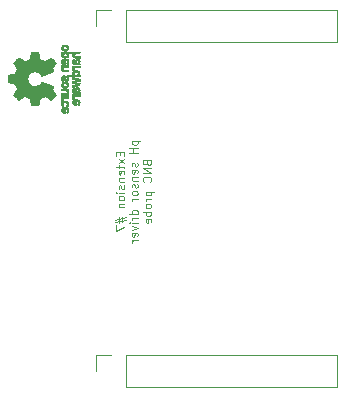
<source format=gbo>
G04 #@! TF.FileFunction,Legend,Bot*
%FSLAX46Y46*%
G04 Gerber Fmt 4.6, Leading zero omitted, Abs format (unit mm)*
G04 Created by KiCad (PCBNEW 4.0.7-e2-6376~58~ubuntu17.04.1) date Wed Oct  4 03:32:47 2017*
%MOMM*%
%LPD*%
G01*
G04 APERTURE LIST*
%ADD10C,0.100000*%
%ADD11C,0.010000*%
%ADD12C,0.120000*%
G04 APERTURE END LIST*
D10*
X159455000Y-102126668D02*
X159455000Y-102360001D01*
X159821667Y-102460001D02*
X159821667Y-102126668D01*
X159121667Y-102126668D01*
X159121667Y-102460001D01*
X159821667Y-102693334D02*
X159355000Y-103060001D01*
X159355000Y-102693334D02*
X159821667Y-103060001D01*
X159355000Y-103226668D02*
X159355000Y-103493334D01*
X159121667Y-103326668D02*
X159721667Y-103326668D01*
X159788333Y-103360001D01*
X159821667Y-103426668D01*
X159821667Y-103493334D01*
X159788333Y-103993334D02*
X159821667Y-103926668D01*
X159821667Y-103793334D01*
X159788333Y-103726668D01*
X159721667Y-103693334D01*
X159455000Y-103693334D01*
X159388333Y-103726668D01*
X159355000Y-103793334D01*
X159355000Y-103926668D01*
X159388333Y-103993334D01*
X159455000Y-104026668D01*
X159521667Y-104026668D01*
X159588333Y-103693334D01*
X159355000Y-104326668D02*
X159821667Y-104326668D01*
X159421667Y-104326668D02*
X159388333Y-104360001D01*
X159355000Y-104426668D01*
X159355000Y-104526668D01*
X159388333Y-104593334D01*
X159455000Y-104626668D01*
X159821667Y-104626668D01*
X159788333Y-104926667D02*
X159821667Y-104993334D01*
X159821667Y-105126667D01*
X159788333Y-105193334D01*
X159721667Y-105226667D01*
X159688333Y-105226667D01*
X159621667Y-105193334D01*
X159588333Y-105126667D01*
X159588333Y-105026667D01*
X159555000Y-104960001D01*
X159488333Y-104926667D01*
X159455000Y-104926667D01*
X159388333Y-104960001D01*
X159355000Y-105026667D01*
X159355000Y-105126667D01*
X159388333Y-105193334D01*
X159821667Y-105526668D02*
X159355000Y-105526668D01*
X159121667Y-105526668D02*
X159155000Y-105493334D01*
X159188333Y-105526668D01*
X159155000Y-105560001D01*
X159121667Y-105526668D01*
X159188333Y-105526668D01*
X159821667Y-105960001D02*
X159788333Y-105893334D01*
X159755000Y-105860001D01*
X159688333Y-105826667D01*
X159488333Y-105826667D01*
X159421667Y-105860001D01*
X159388333Y-105893334D01*
X159355000Y-105960001D01*
X159355000Y-106060001D01*
X159388333Y-106126667D01*
X159421667Y-106160001D01*
X159488333Y-106193334D01*
X159688333Y-106193334D01*
X159755000Y-106160001D01*
X159788333Y-106126667D01*
X159821667Y-106060001D01*
X159821667Y-105960001D01*
X159355000Y-106493334D02*
X159821667Y-106493334D01*
X159421667Y-106493334D02*
X159388333Y-106526667D01*
X159355000Y-106593334D01*
X159355000Y-106693334D01*
X159388333Y-106760000D01*
X159455000Y-106793334D01*
X159821667Y-106793334D01*
X159355000Y-107626666D02*
X159355000Y-108126666D01*
X159055000Y-107826666D02*
X159955000Y-107626666D01*
X159655000Y-108060000D02*
X159655000Y-107560000D01*
X159955000Y-107860000D02*
X159055000Y-108060000D01*
X159121667Y-108293333D02*
X159121667Y-108760000D01*
X159821667Y-108460000D01*
X160505000Y-101160002D02*
X161205000Y-101160002D01*
X160538333Y-101160002D02*
X160505000Y-101226668D01*
X160505000Y-101360002D01*
X160538333Y-101426668D01*
X160571667Y-101460002D01*
X160638333Y-101493335D01*
X160838333Y-101493335D01*
X160905000Y-101460002D01*
X160938333Y-101426668D01*
X160971667Y-101360002D01*
X160971667Y-101226668D01*
X160938333Y-101160002D01*
X160971667Y-101793335D02*
X160271667Y-101793335D01*
X160605000Y-101793335D02*
X160605000Y-102193335D01*
X160971667Y-102193335D02*
X160271667Y-102193335D01*
X160938333Y-103026667D02*
X160971667Y-103093334D01*
X160971667Y-103226667D01*
X160938333Y-103293334D01*
X160871667Y-103326667D01*
X160838333Y-103326667D01*
X160771667Y-103293334D01*
X160738333Y-103226667D01*
X160738333Y-103126667D01*
X160705000Y-103060001D01*
X160638333Y-103026667D01*
X160605000Y-103026667D01*
X160538333Y-103060001D01*
X160505000Y-103126667D01*
X160505000Y-103226667D01*
X160538333Y-103293334D01*
X160938333Y-103893334D02*
X160971667Y-103826668D01*
X160971667Y-103693334D01*
X160938333Y-103626668D01*
X160871667Y-103593334D01*
X160605000Y-103593334D01*
X160538333Y-103626668D01*
X160505000Y-103693334D01*
X160505000Y-103826668D01*
X160538333Y-103893334D01*
X160605000Y-103926668D01*
X160671667Y-103926668D01*
X160738333Y-103593334D01*
X160505000Y-104226668D02*
X160971667Y-104226668D01*
X160571667Y-104226668D02*
X160538333Y-104260001D01*
X160505000Y-104326668D01*
X160505000Y-104426668D01*
X160538333Y-104493334D01*
X160605000Y-104526668D01*
X160971667Y-104526668D01*
X160938333Y-104826667D02*
X160971667Y-104893334D01*
X160971667Y-105026667D01*
X160938333Y-105093334D01*
X160871667Y-105126667D01*
X160838333Y-105126667D01*
X160771667Y-105093334D01*
X160738333Y-105026667D01*
X160738333Y-104926667D01*
X160705000Y-104860001D01*
X160638333Y-104826667D01*
X160605000Y-104826667D01*
X160538333Y-104860001D01*
X160505000Y-104926667D01*
X160505000Y-105026667D01*
X160538333Y-105093334D01*
X160971667Y-105526668D02*
X160938333Y-105460001D01*
X160905000Y-105426668D01*
X160838333Y-105393334D01*
X160638333Y-105393334D01*
X160571667Y-105426668D01*
X160538333Y-105460001D01*
X160505000Y-105526668D01*
X160505000Y-105626668D01*
X160538333Y-105693334D01*
X160571667Y-105726668D01*
X160638333Y-105760001D01*
X160838333Y-105760001D01*
X160905000Y-105726668D01*
X160938333Y-105693334D01*
X160971667Y-105626668D01*
X160971667Y-105526668D01*
X160971667Y-106060001D02*
X160505000Y-106060001D01*
X160638333Y-106060001D02*
X160571667Y-106093334D01*
X160538333Y-106126667D01*
X160505000Y-106193334D01*
X160505000Y-106260001D01*
X160971667Y-107326667D02*
X160271667Y-107326667D01*
X160938333Y-107326667D02*
X160971667Y-107260000D01*
X160971667Y-107126667D01*
X160938333Y-107060000D01*
X160905000Y-107026667D01*
X160838333Y-106993333D01*
X160638333Y-106993333D01*
X160571667Y-107026667D01*
X160538333Y-107060000D01*
X160505000Y-107126667D01*
X160505000Y-107260000D01*
X160538333Y-107326667D01*
X160971667Y-107660000D02*
X160505000Y-107660000D01*
X160638333Y-107660000D02*
X160571667Y-107693333D01*
X160538333Y-107726666D01*
X160505000Y-107793333D01*
X160505000Y-107860000D01*
X160971667Y-108093333D02*
X160505000Y-108093333D01*
X160271667Y-108093333D02*
X160305000Y-108059999D01*
X160338333Y-108093333D01*
X160305000Y-108126666D01*
X160271667Y-108093333D01*
X160338333Y-108093333D01*
X160505000Y-108359999D02*
X160971667Y-108526666D01*
X160505000Y-108693332D01*
X160938333Y-109226665D02*
X160971667Y-109159999D01*
X160971667Y-109026665D01*
X160938333Y-108959999D01*
X160871667Y-108926665D01*
X160605000Y-108926665D01*
X160538333Y-108959999D01*
X160505000Y-109026665D01*
X160505000Y-109159999D01*
X160538333Y-109226665D01*
X160605000Y-109259999D01*
X160671667Y-109259999D01*
X160738333Y-108926665D01*
X160971667Y-109559999D02*
X160505000Y-109559999D01*
X160638333Y-109559999D02*
X160571667Y-109593332D01*
X160538333Y-109626665D01*
X160505000Y-109693332D01*
X160505000Y-109759999D01*
X161755000Y-103010001D02*
X161788333Y-103110001D01*
X161821667Y-103143334D01*
X161888333Y-103176668D01*
X161988333Y-103176668D01*
X162055000Y-103143334D01*
X162088333Y-103110001D01*
X162121667Y-103043334D01*
X162121667Y-102776668D01*
X161421667Y-102776668D01*
X161421667Y-103010001D01*
X161455000Y-103076668D01*
X161488333Y-103110001D01*
X161555000Y-103143334D01*
X161621667Y-103143334D01*
X161688333Y-103110001D01*
X161721667Y-103076668D01*
X161755000Y-103010001D01*
X161755000Y-102776668D01*
X162121667Y-103476668D02*
X161421667Y-103476668D01*
X162121667Y-103876668D01*
X161421667Y-103876668D01*
X162055000Y-104610001D02*
X162088333Y-104576667D01*
X162121667Y-104476667D01*
X162121667Y-104410001D01*
X162088333Y-104310001D01*
X162021667Y-104243334D01*
X161955000Y-104210001D01*
X161821667Y-104176667D01*
X161721667Y-104176667D01*
X161588333Y-104210001D01*
X161521667Y-104243334D01*
X161455000Y-104310001D01*
X161421667Y-104410001D01*
X161421667Y-104476667D01*
X161455000Y-104576667D01*
X161488333Y-104610001D01*
X161655000Y-105443334D02*
X162355000Y-105443334D01*
X161688333Y-105443334D02*
X161655000Y-105510000D01*
X161655000Y-105643334D01*
X161688333Y-105710000D01*
X161721667Y-105743334D01*
X161788333Y-105776667D01*
X161988333Y-105776667D01*
X162055000Y-105743334D01*
X162088333Y-105710000D01*
X162121667Y-105643334D01*
X162121667Y-105510000D01*
X162088333Y-105443334D01*
X162121667Y-106076667D02*
X161655000Y-106076667D01*
X161788333Y-106076667D02*
X161721667Y-106110000D01*
X161688333Y-106143333D01*
X161655000Y-106210000D01*
X161655000Y-106276667D01*
X162121667Y-106610000D02*
X162088333Y-106543333D01*
X162055000Y-106510000D01*
X161988333Y-106476666D01*
X161788333Y-106476666D01*
X161721667Y-106510000D01*
X161688333Y-106543333D01*
X161655000Y-106610000D01*
X161655000Y-106710000D01*
X161688333Y-106776666D01*
X161721667Y-106810000D01*
X161788333Y-106843333D01*
X161988333Y-106843333D01*
X162055000Y-106810000D01*
X162088333Y-106776666D01*
X162121667Y-106710000D01*
X162121667Y-106610000D01*
X162121667Y-107143333D02*
X161421667Y-107143333D01*
X161688333Y-107143333D02*
X161655000Y-107209999D01*
X161655000Y-107343333D01*
X161688333Y-107409999D01*
X161721667Y-107443333D01*
X161788333Y-107476666D01*
X161988333Y-107476666D01*
X162055000Y-107443333D01*
X162088333Y-107409999D01*
X162121667Y-107343333D01*
X162121667Y-107209999D01*
X162088333Y-107143333D01*
X162088333Y-108043332D02*
X162121667Y-107976666D01*
X162121667Y-107843332D01*
X162088333Y-107776666D01*
X162021667Y-107743332D01*
X161755000Y-107743332D01*
X161688333Y-107776666D01*
X161655000Y-107843332D01*
X161655000Y-107976666D01*
X161688333Y-108043332D01*
X161755000Y-108076666D01*
X161821667Y-108076666D01*
X161888333Y-107743332D01*
D11*
G36*
X154504184Y-93976241D02*
X154517282Y-94002753D01*
X154540106Y-94035447D01*
X154564996Y-94059275D01*
X154596249Y-94075594D01*
X154638166Y-94085760D01*
X154695044Y-94091128D01*
X154771184Y-94093056D01*
X154803917Y-94093169D01*
X154875656Y-94092839D01*
X154926927Y-94091473D01*
X154962404Y-94088500D01*
X154986763Y-94083351D01*
X155004680Y-94075457D01*
X155016902Y-94067243D01*
X155068905Y-94014813D01*
X155100184Y-93953070D01*
X155109592Y-93886464D01*
X155095980Y-93819442D01*
X155086354Y-93798208D01*
X155059859Y-93747376D01*
X155475052Y-93747376D01*
X155455868Y-93784475D01*
X155441025Y-93833357D01*
X155437222Y-93893439D01*
X155444243Y-93953436D01*
X155460013Y-93998744D01*
X155490047Y-94036325D01*
X155533024Y-94068436D01*
X155537436Y-94070850D01*
X155558221Y-94081033D01*
X155579170Y-94088470D01*
X155604548Y-94093589D01*
X155638618Y-94096819D01*
X155685641Y-94098587D01*
X155749882Y-94099323D01*
X155822176Y-94099456D01*
X156052822Y-94099456D01*
X156052822Y-93961139D01*
X155627533Y-93961139D01*
X155594979Y-93922451D01*
X155568940Y-93882262D01*
X155564205Y-93844203D01*
X155576389Y-93805934D01*
X155588320Y-93785538D01*
X155605313Y-93770358D01*
X155630995Y-93759562D01*
X155668991Y-93752317D01*
X155722926Y-93747792D01*
X155796425Y-93745156D01*
X155845347Y-93744228D01*
X156046535Y-93741089D01*
X156050336Y-93675074D01*
X156054136Y-93609060D01*
X154805650Y-93609060D01*
X154805650Y-93747376D01*
X154875254Y-93750903D01*
X154923569Y-93762785D01*
X154953631Y-93784980D01*
X154968471Y-93819441D01*
X154971436Y-93854258D01*
X154968028Y-93893671D01*
X154954617Y-93919829D01*
X154936896Y-93936186D01*
X154917835Y-93949063D01*
X154896601Y-93956728D01*
X154866849Y-93960139D01*
X154822236Y-93960251D01*
X154784880Y-93959103D01*
X154728604Y-93956468D01*
X154691658Y-93952544D01*
X154668223Y-93945937D01*
X154652480Y-93935251D01*
X154643380Y-93925167D01*
X154623537Y-93883030D01*
X154620332Y-93833160D01*
X154627168Y-93804524D01*
X154651464Y-93776172D01*
X154698728Y-93757391D01*
X154768624Y-93748288D01*
X154805650Y-93747376D01*
X154805650Y-93609060D01*
X154493614Y-93609060D01*
X154493614Y-93678218D01*
X154495256Y-93719740D01*
X154501087Y-93741162D01*
X154512461Y-93747374D01*
X154512798Y-93747376D01*
X154523938Y-93750258D01*
X154522673Y-93762970D01*
X154510433Y-93788243D01*
X154491707Y-93847131D01*
X154489739Y-93913385D01*
X154504184Y-93976241D01*
X154504184Y-93976241D01*
G37*
X154504184Y-93976241D02*
X154517282Y-94002753D01*
X154540106Y-94035447D01*
X154564996Y-94059275D01*
X154596249Y-94075594D01*
X154638166Y-94085760D01*
X154695044Y-94091128D01*
X154771184Y-94093056D01*
X154803917Y-94093169D01*
X154875656Y-94092839D01*
X154926927Y-94091473D01*
X154962404Y-94088500D01*
X154986763Y-94083351D01*
X155004680Y-94075457D01*
X155016902Y-94067243D01*
X155068905Y-94014813D01*
X155100184Y-93953070D01*
X155109592Y-93886464D01*
X155095980Y-93819442D01*
X155086354Y-93798208D01*
X155059859Y-93747376D01*
X155475052Y-93747376D01*
X155455868Y-93784475D01*
X155441025Y-93833357D01*
X155437222Y-93893439D01*
X155444243Y-93953436D01*
X155460013Y-93998744D01*
X155490047Y-94036325D01*
X155533024Y-94068436D01*
X155537436Y-94070850D01*
X155558221Y-94081033D01*
X155579170Y-94088470D01*
X155604548Y-94093589D01*
X155638618Y-94096819D01*
X155685641Y-94098587D01*
X155749882Y-94099323D01*
X155822176Y-94099456D01*
X156052822Y-94099456D01*
X156052822Y-93961139D01*
X155627533Y-93961139D01*
X155594979Y-93922451D01*
X155568940Y-93882262D01*
X155564205Y-93844203D01*
X155576389Y-93805934D01*
X155588320Y-93785538D01*
X155605313Y-93770358D01*
X155630995Y-93759562D01*
X155668991Y-93752317D01*
X155722926Y-93747792D01*
X155796425Y-93745156D01*
X155845347Y-93744228D01*
X156046535Y-93741089D01*
X156050336Y-93675074D01*
X156054136Y-93609060D01*
X154805650Y-93609060D01*
X154805650Y-93747376D01*
X154875254Y-93750903D01*
X154923569Y-93762785D01*
X154953631Y-93784980D01*
X154968471Y-93819441D01*
X154971436Y-93854258D01*
X154968028Y-93893671D01*
X154954617Y-93919829D01*
X154936896Y-93936186D01*
X154917835Y-93949063D01*
X154896601Y-93956728D01*
X154866849Y-93960139D01*
X154822236Y-93960251D01*
X154784880Y-93959103D01*
X154728604Y-93956468D01*
X154691658Y-93952544D01*
X154668223Y-93945937D01*
X154652480Y-93935251D01*
X154643380Y-93925167D01*
X154623537Y-93883030D01*
X154620332Y-93833160D01*
X154627168Y-93804524D01*
X154651464Y-93776172D01*
X154698728Y-93757391D01*
X154768624Y-93748288D01*
X154805650Y-93747376D01*
X154805650Y-93609060D01*
X154493614Y-93609060D01*
X154493614Y-93678218D01*
X154495256Y-93719740D01*
X154501087Y-93741162D01*
X154512461Y-93747374D01*
X154512798Y-93747376D01*
X154523938Y-93750258D01*
X154522673Y-93762970D01*
X154510433Y-93788243D01*
X154491707Y-93847131D01*
X154489739Y-93913385D01*
X154504184Y-93976241D01*
G36*
X155441555Y-94500790D02*
X155457339Y-94559945D01*
X155485948Y-94604977D01*
X155523419Y-94636754D01*
X155539411Y-94646634D01*
X155556163Y-94653927D01*
X155577592Y-94659026D01*
X155607616Y-94662321D01*
X155650154Y-94664203D01*
X155709122Y-94665063D01*
X155788440Y-94665293D01*
X155809484Y-94665297D01*
X156052822Y-94665297D01*
X156052822Y-94604941D01*
X156050126Y-94566443D01*
X156043295Y-94537977D01*
X156039083Y-94530845D01*
X156031813Y-94511348D01*
X156039083Y-94491434D01*
X156048160Y-94458647D01*
X156051813Y-94411022D01*
X156050228Y-94358236D01*
X156043589Y-94309964D01*
X156035072Y-94281782D01*
X156000063Y-94227247D01*
X155951479Y-94193165D01*
X155886882Y-94177843D01*
X155885223Y-94177701D01*
X155856566Y-94179045D01*
X155856566Y-94300644D01*
X155889161Y-94311274D01*
X155907505Y-94328590D01*
X155921379Y-94363348D01*
X155926917Y-94409227D01*
X155924191Y-94456012D01*
X155913274Y-94493486D01*
X155906269Y-94503985D01*
X155873904Y-94522332D01*
X155837111Y-94526980D01*
X155788763Y-94526980D01*
X155788763Y-94457418D01*
X155793850Y-94391333D01*
X155808263Y-94341236D01*
X155830729Y-94310071D01*
X155856566Y-94300644D01*
X155856566Y-94179045D01*
X155814647Y-94181013D01*
X155758845Y-94204290D01*
X155716647Y-94248052D01*
X155712808Y-94254101D01*
X155700309Y-94280093D01*
X155692740Y-94312265D01*
X155689061Y-94357240D01*
X155688216Y-94410669D01*
X155688169Y-94526980D01*
X155639411Y-94526980D01*
X155601581Y-94522047D01*
X155576236Y-94509457D01*
X155574887Y-94507983D01*
X155563800Y-94479966D01*
X155559503Y-94437674D01*
X155561615Y-94390936D01*
X155569756Y-94349582D01*
X155581965Y-94325043D01*
X155591746Y-94311747D01*
X155593613Y-94297706D01*
X155585600Y-94278329D01*
X155565739Y-94249024D01*
X155532063Y-94205197D01*
X155528909Y-94201175D01*
X155517236Y-94203236D01*
X155497822Y-94220432D01*
X155476248Y-94246567D01*
X155458096Y-94275448D01*
X155453809Y-94284522D01*
X155445256Y-94317620D01*
X155439155Y-94366120D01*
X155436708Y-94420305D01*
X155436703Y-94422839D01*
X155441555Y-94500790D01*
X155441555Y-94500790D01*
G37*
X155441555Y-94500790D02*
X155457339Y-94559945D01*
X155485948Y-94604977D01*
X155523419Y-94636754D01*
X155539411Y-94646634D01*
X155556163Y-94653927D01*
X155577592Y-94659026D01*
X155607616Y-94662321D01*
X155650154Y-94664203D01*
X155709122Y-94665063D01*
X155788440Y-94665293D01*
X155809484Y-94665297D01*
X156052822Y-94665297D01*
X156052822Y-94604941D01*
X156050126Y-94566443D01*
X156043295Y-94537977D01*
X156039083Y-94530845D01*
X156031813Y-94511348D01*
X156039083Y-94491434D01*
X156048160Y-94458647D01*
X156051813Y-94411022D01*
X156050228Y-94358236D01*
X156043589Y-94309964D01*
X156035072Y-94281782D01*
X156000063Y-94227247D01*
X155951479Y-94193165D01*
X155886882Y-94177843D01*
X155885223Y-94177701D01*
X155856566Y-94179045D01*
X155856566Y-94300644D01*
X155889161Y-94311274D01*
X155907505Y-94328590D01*
X155921379Y-94363348D01*
X155926917Y-94409227D01*
X155924191Y-94456012D01*
X155913274Y-94493486D01*
X155906269Y-94503985D01*
X155873904Y-94522332D01*
X155837111Y-94526980D01*
X155788763Y-94526980D01*
X155788763Y-94457418D01*
X155793850Y-94391333D01*
X155808263Y-94341236D01*
X155830729Y-94310071D01*
X155856566Y-94300644D01*
X155856566Y-94179045D01*
X155814647Y-94181013D01*
X155758845Y-94204290D01*
X155716647Y-94248052D01*
X155712808Y-94254101D01*
X155700309Y-94280093D01*
X155692740Y-94312265D01*
X155689061Y-94357240D01*
X155688216Y-94410669D01*
X155688169Y-94526980D01*
X155639411Y-94526980D01*
X155601581Y-94522047D01*
X155576236Y-94509457D01*
X155574887Y-94507983D01*
X155563800Y-94479966D01*
X155559503Y-94437674D01*
X155561615Y-94390936D01*
X155569756Y-94349582D01*
X155581965Y-94325043D01*
X155591746Y-94311747D01*
X155593613Y-94297706D01*
X155585600Y-94278329D01*
X155565739Y-94249024D01*
X155532063Y-94205197D01*
X155528909Y-94201175D01*
X155517236Y-94203236D01*
X155497822Y-94220432D01*
X155476248Y-94246567D01*
X155458096Y-94275448D01*
X155453809Y-94284522D01*
X155445256Y-94317620D01*
X155439155Y-94366120D01*
X155436708Y-94420305D01*
X155436703Y-94422839D01*
X155441555Y-94500790D01*
G36*
X155438020Y-94891644D02*
X155443660Y-94910461D01*
X155456053Y-94916527D01*
X155461647Y-94916782D01*
X155477230Y-94917871D01*
X155479676Y-94925368D01*
X155468993Y-94945619D01*
X155461694Y-94957649D01*
X155446063Y-94995600D01*
X155438334Y-95040928D01*
X155437740Y-95088456D01*
X155443513Y-95133005D01*
X155454884Y-95169398D01*
X155471088Y-95192457D01*
X155491355Y-95197004D01*
X155496843Y-95194709D01*
X155519626Y-95177980D01*
X155547647Y-95152037D01*
X155552177Y-95147345D01*
X155573005Y-95122617D01*
X155579735Y-95101282D01*
X155575038Y-95071445D01*
X155571917Y-95059492D01*
X155564421Y-95022295D01*
X155567792Y-94996141D01*
X155579681Y-94974054D01*
X155595635Y-94953822D01*
X155615700Y-94938921D01*
X155643702Y-94928566D01*
X155683467Y-94921971D01*
X155738823Y-94918351D01*
X155813594Y-94916922D01*
X155858740Y-94916782D01*
X156052822Y-94916782D01*
X156052822Y-94791040D01*
X155436683Y-94791040D01*
X155436683Y-94853911D01*
X155438020Y-94891644D01*
X155438020Y-94891644D01*
G37*
X155438020Y-94891644D02*
X155443660Y-94910461D01*
X155456053Y-94916527D01*
X155461647Y-94916782D01*
X155477230Y-94917871D01*
X155479676Y-94925368D01*
X155468993Y-94945619D01*
X155461694Y-94957649D01*
X155446063Y-94995600D01*
X155438334Y-95040928D01*
X155437740Y-95088456D01*
X155443513Y-95133005D01*
X155454884Y-95169398D01*
X155471088Y-95192457D01*
X155491355Y-95197004D01*
X155496843Y-95194709D01*
X155519626Y-95177980D01*
X155547647Y-95152037D01*
X155552177Y-95147345D01*
X155573005Y-95122617D01*
X155579735Y-95101282D01*
X155575038Y-95071445D01*
X155571917Y-95059492D01*
X155564421Y-95022295D01*
X155567792Y-94996141D01*
X155579681Y-94974054D01*
X155595635Y-94953822D01*
X155615700Y-94938921D01*
X155643702Y-94928566D01*
X155683467Y-94921971D01*
X155738823Y-94918351D01*
X155813594Y-94916922D01*
X155858740Y-94916782D01*
X156052822Y-94916782D01*
X156052822Y-94791040D01*
X155436683Y-94791040D01*
X155436683Y-94853911D01*
X155438020Y-94891644D01*
G36*
X156052822Y-95683812D02*
X156052822Y-95614654D01*
X156051645Y-95574512D01*
X156046772Y-95553606D01*
X156036186Y-95546078D01*
X156029029Y-95545495D01*
X156014676Y-95544226D01*
X156011923Y-95536221D01*
X156020771Y-95515185D01*
X156029029Y-95498827D01*
X156048597Y-95436023D01*
X156049729Y-95367752D01*
X156035135Y-95312248D01*
X155999877Y-95260562D01*
X155947835Y-95221162D01*
X155886450Y-95199587D01*
X155883018Y-95199038D01*
X155845571Y-95195833D01*
X155791813Y-95194239D01*
X155751155Y-95194367D01*
X155751155Y-95331721D01*
X155805194Y-95334903D01*
X155849735Y-95342141D01*
X155874888Y-95351940D01*
X155909260Y-95389011D01*
X155921582Y-95433026D01*
X155911618Y-95478416D01*
X155881895Y-95517203D01*
X155861905Y-95531892D01*
X155838050Y-95540481D01*
X155803230Y-95544504D01*
X155750930Y-95545495D01*
X155699139Y-95543722D01*
X155653634Y-95539037D01*
X155623181Y-95532397D01*
X155620452Y-95531290D01*
X155588000Y-95504509D01*
X155570183Y-95465421D01*
X155567306Y-95421685D01*
X155579674Y-95380962D01*
X155607593Y-95350913D01*
X155613148Y-95347796D01*
X155647022Y-95338039D01*
X155695728Y-95332723D01*
X155751155Y-95331721D01*
X155751155Y-95194367D01*
X155730540Y-95194432D01*
X155697563Y-95195336D01*
X155615981Y-95201486D01*
X155554730Y-95214267D01*
X155509449Y-95235529D01*
X155475779Y-95267122D01*
X155456014Y-95297793D01*
X155442120Y-95340646D01*
X155437354Y-95393944D01*
X155441236Y-95448520D01*
X155453282Y-95495208D01*
X155467693Y-95519876D01*
X155490878Y-95545495D01*
X155197773Y-95545495D01*
X155197773Y-95683812D01*
X156052822Y-95683812D01*
X156052822Y-95683812D01*
G37*
X156052822Y-95683812D02*
X156052822Y-95614654D01*
X156051645Y-95574512D01*
X156046772Y-95553606D01*
X156036186Y-95546078D01*
X156029029Y-95545495D01*
X156014676Y-95544226D01*
X156011923Y-95536221D01*
X156020771Y-95515185D01*
X156029029Y-95498827D01*
X156048597Y-95436023D01*
X156049729Y-95367752D01*
X156035135Y-95312248D01*
X155999877Y-95260562D01*
X155947835Y-95221162D01*
X155886450Y-95199587D01*
X155883018Y-95199038D01*
X155845571Y-95195833D01*
X155791813Y-95194239D01*
X155751155Y-95194367D01*
X155751155Y-95331721D01*
X155805194Y-95334903D01*
X155849735Y-95342141D01*
X155874888Y-95351940D01*
X155909260Y-95389011D01*
X155921582Y-95433026D01*
X155911618Y-95478416D01*
X155881895Y-95517203D01*
X155861905Y-95531892D01*
X155838050Y-95540481D01*
X155803230Y-95544504D01*
X155750930Y-95545495D01*
X155699139Y-95543722D01*
X155653634Y-95539037D01*
X155623181Y-95532397D01*
X155620452Y-95531290D01*
X155588000Y-95504509D01*
X155570183Y-95465421D01*
X155567306Y-95421685D01*
X155579674Y-95380962D01*
X155607593Y-95350913D01*
X155613148Y-95347796D01*
X155647022Y-95338039D01*
X155695728Y-95332723D01*
X155751155Y-95331721D01*
X155751155Y-95194367D01*
X155730540Y-95194432D01*
X155697563Y-95195336D01*
X155615981Y-95201486D01*
X155554730Y-95214267D01*
X155509449Y-95235529D01*
X155475779Y-95267122D01*
X155456014Y-95297793D01*
X155442120Y-95340646D01*
X155437354Y-95393944D01*
X155441236Y-95448520D01*
X155453282Y-95495208D01*
X155467693Y-95519876D01*
X155490878Y-95545495D01*
X155197773Y-95545495D01*
X155197773Y-95683812D01*
X156052822Y-95683812D01*
G36*
X155439237Y-96166524D02*
X155442971Y-96216255D01*
X155832773Y-96346291D01*
X155763614Y-96366678D01*
X155720874Y-96378946D01*
X155663115Y-96395085D01*
X155599625Y-96412512D01*
X155565570Y-96421726D01*
X155436683Y-96456388D01*
X155436683Y-96599391D01*
X155571857Y-96556646D01*
X155638342Y-96535596D01*
X155718539Y-96510167D01*
X155802193Y-96483610D01*
X155876782Y-96459902D01*
X156046535Y-96405902D01*
X156050328Y-96347598D01*
X156054122Y-96289295D01*
X155949734Y-96257679D01*
X155884889Y-96238182D01*
X155813400Y-96216904D01*
X155750263Y-96198308D01*
X155747750Y-96197574D01*
X155704969Y-96183684D01*
X155675779Y-96171429D01*
X155664741Y-96162846D01*
X155666018Y-96161082D01*
X155683130Y-96154891D01*
X155719787Y-96143128D01*
X155771378Y-96127225D01*
X155833294Y-96108614D01*
X155867352Y-96098543D01*
X156052822Y-96044007D01*
X156052822Y-95928264D01*
X155760471Y-95835737D01*
X155678462Y-95809744D01*
X155603987Y-95786066D01*
X155540544Y-95765820D01*
X155491632Y-95750126D01*
X155460749Y-95740102D01*
X155451726Y-95737055D01*
X155442487Y-95739467D01*
X155438441Y-95758408D01*
X155438846Y-95797823D01*
X155439152Y-95803993D01*
X155442971Y-95877086D01*
X155619010Y-95924957D01*
X155683211Y-95942553D01*
X155739649Y-95958277D01*
X155783422Y-95970746D01*
X155809630Y-95978574D01*
X155813903Y-95980020D01*
X155808990Y-95986014D01*
X155783532Y-95998101D01*
X155740997Y-96014893D01*
X155684850Y-96035003D01*
X155634130Y-96052003D01*
X155435504Y-96116794D01*
X155439237Y-96166524D01*
X155439237Y-96166524D01*
G37*
X155439237Y-96166524D02*
X155442971Y-96216255D01*
X155832773Y-96346291D01*
X155763614Y-96366678D01*
X155720874Y-96378946D01*
X155663115Y-96395085D01*
X155599625Y-96412512D01*
X155565570Y-96421726D01*
X155436683Y-96456388D01*
X155436683Y-96599391D01*
X155571857Y-96556646D01*
X155638342Y-96535596D01*
X155718539Y-96510167D01*
X155802193Y-96483610D01*
X155876782Y-96459902D01*
X156046535Y-96405902D01*
X156050328Y-96347598D01*
X156054122Y-96289295D01*
X155949734Y-96257679D01*
X155884889Y-96238182D01*
X155813400Y-96216904D01*
X155750263Y-96198308D01*
X155747750Y-96197574D01*
X155704969Y-96183684D01*
X155675779Y-96171429D01*
X155664741Y-96162846D01*
X155666018Y-96161082D01*
X155683130Y-96154891D01*
X155719787Y-96143128D01*
X155771378Y-96127225D01*
X155833294Y-96108614D01*
X155867352Y-96098543D01*
X156052822Y-96044007D01*
X156052822Y-95928264D01*
X155760471Y-95835737D01*
X155678462Y-95809744D01*
X155603987Y-95786066D01*
X155540544Y-95765820D01*
X155491632Y-95750126D01*
X155460749Y-95740102D01*
X155451726Y-95737055D01*
X155442487Y-95739467D01*
X155438441Y-95758408D01*
X155438846Y-95797823D01*
X155439152Y-95803993D01*
X155442971Y-95877086D01*
X155619010Y-95924957D01*
X155683211Y-95942553D01*
X155739649Y-95958277D01*
X155783422Y-95970746D01*
X155809630Y-95978574D01*
X155813903Y-95980020D01*
X155808990Y-95986014D01*
X155783532Y-95998101D01*
X155740997Y-96014893D01*
X155684850Y-96035003D01*
X155634130Y-96052003D01*
X155435504Y-96116794D01*
X155439237Y-96166524D01*
G36*
X155440417Y-96923411D02*
X155453290Y-96976411D01*
X155460110Y-96991731D01*
X155477974Y-97021428D01*
X155498093Y-97044220D01*
X155523962Y-97061083D01*
X155559073Y-97072998D01*
X155606920Y-97080942D01*
X155670996Y-97085894D01*
X155754794Y-97088831D01*
X155810768Y-97089947D01*
X156052822Y-97094052D01*
X156052822Y-97023932D01*
X156051038Y-96981393D01*
X156044942Y-96959476D01*
X156034706Y-96953812D01*
X156023637Y-96950821D01*
X156025754Y-96937451D01*
X156034629Y-96919233D01*
X156048233Y-96873624D01*
X156051899Y-96815007D01*
X156045903Y-96753354D01*
X156030521Y-96698638D01*
X156028386Y-96693730D01*
X155993255Y-96643723D01*
X155944419Y-96610756D01*
X155887333Y-96595587D01*
X155866824Y-96596746D01*
X155866824Y-96720508D01*
X155894425Y-96731413D01*
X155914204Y-96763745D01*
X155924819Y-96815910D01*
X155926228Y-96843787D01*
X155922620Y-96890247D01*
X155908597Y-96921129D01*
X155901931Y-96928664D01*
X155865666Y-96949076D01*
X155832773Y-96953812D01*
X155788763Y-96953812D01*
X155788763Y-96892513D01*
X155792395Y-96821256D01*
X155803818Y-96771276D01*
X155823824Y-96739696D01*
X155832743Y-96732626D01*
X155866824Y-96720508D01*
X155866824Y-96596746D01*
X155827456Y-96598971D01*
X155770244Y-96621663D01*
X155731580Y-96652624D01*
X155714864Y-96671376D01*
X155703878Y-96689733D01*
X155697180Y-96713619D01*
X155693326Y-96748957D01*
X155690873Y-96801669D01*
X155690168Y-96822577D01*
X155685879Y-96953812D01*
X155646158Y-96953620D01*
X155604405Y-96948537D01*
X155579158Y-96930162D01*
X155563030Y-96893039D01*
X155562742Y-96892043D01*
X155556400Y-96839410D01*
X155564684Y-96787906D01*
X155584827Y-96749630D01*
X155594773Y-96734272D01*
X155593397Y-96717730D01*
X155578987Y-96692275D01*
X155568817Y-96677328D01*
X155547088Y-96648091D01*
X155530800Y-96629980D01*
X155526137Y-96627074D01*
X155502005Y-96639040D01*
X155473185Y-96674396D01*
X155463461Y-96689753D01*
X155446714Y-96733901D01*
X155437227Y-96793398D01*
X155435095Y-96859487D01*
X155440417Y-96923411D01*
X155440417Y-96923411D01*
G37*
X155440417Y-96923411D02*
X155453290Y-96976411D01*
X155460110Y-96991731D01*
X155477974Y-97021428D01*
X155498093Y-97044220D01*
X155523962Y-97061083D01*
X155559073Y-97072998D01*
X155606920Y-97080942D01*
X155670996Y-97085894D01*
X155754794Y-97088831D01*
X155810768Y-97089947D01*
X156052822Y-97094052D01*
X156052822Y-97023932D01*
X156051038Y-96981393D01*
X156044942Y-96959476D01*
X156034706Y-96953812D01*
X156023637Y-96950821D01*
X156025754Y-96937451D01*
X156034629Y-96919233D01*
X156048233Y-96873624D01*
X156051899Y-96815007D01*
X156045903Y-96753354D01*
X156030521Y-96698638D01*
X156028386Y-96693730D01*
X155993255Y-96643723D01*
X155944419Y-96610756D01*
X155887333Y-96595587D01*
X155866824Y-96596746D01*
X155866824Y-96720508D01*
X155894425Y-96731413D01*
X155914204Y-96763745D01*
X155924819Y-96815910D01*
X155926228Y-96843787D01*
X155922620Y-96890247D01*
X155908597Y-96921129D01*
X155901931Y-96928664D01*
X155865666Y-96949076D01*
X155832773Y-96953812D01*
X155788763Y-96953812D01*
X155788763Y-96892513D01*
X155792395Y-96821256D01*
X155803818Y-96771276D01*
X155823824Y-96739696D01*
X155832743Y-96732626D01*
X155866824Y-96720508D01*
X155866824Y-96596746D01*
X155827456Y-96598971D01*
X155770244Y-96621663D01*
X155731580Y-96652624D01*
X155714864Y-96671376D01*
X155703878Y-96689733D01*
X155697180Y-96713619D01*
X155693326Y-96748957D01*
X155690873Y-96801669D01*
X155690168Y-96822577D01*
X155685879Y-96953812D01*
X155646158Y-96953620D01*
X155604405Y-96948537D01*
X155579158Y-96930162D01*
X155563030Y-96893039D01*
X155562742Y-96892043D01*
X155556400Y-96839410D01*
X155564684Y-96787906D01*
X155584827Y-96749630D01*
X155594773Y-96734272D01*
X155593397Y-96717730D01*
X155578987Y-96692275D01*
X155568817Y-96677328D01*
X155547088Y-96648091D01*
X155530800Y-96629980D01*
X155526137Y-96627074D01*
X155502005Y-96639040D01*
X155473185Y-96674396D01*
X155463461Y-96689753D01*
X155446714Y-96733901D01*
X155437227Y-96793398D01*
X155435095Y-96859487D01*
X155440417Y-96923411D01*
G36*
X155436486Y-97520255D02*
X155446015Y-97568595D01*
X155460125Y-97596114D01*
X155483568Y-97625064D01*
X155535571Y-97583876D01*
X155567064Y-97558482D01*
X155582428Y-97541238D01*
X155584776Y-97524102D01*
X155577217Y-97499027D01*
X155572941Y-97487257D01*
X155566631Y-97439270D01*
X155580156Y-97395324D01*
X155610710Y-97363060D01*
X155620452Y-97357819D01*
X155646258Y-97352112D01*
X155693817Y-97347706D01*
X155759758Y-97344811D01*
X155840710Y-97343631D01*
X155852226Y-97343614D01*
X156052822Y-97343614D01*
X156052822Y-97205297D01*
X155436683Y-97205297D01*
X155436683Y-97274456D01*
X155437725Y-97314333D01*
X155442358Y-97335107D01*
X155452849Y-97342789D01*
X155462745Y-97343614D01*
X155488806Y-97343614D01*
X155462745Y-97376745D01*
X155444965Y-97414735D01*
X155436174Y-97465770D01*
X155436486Y-97520255D01*
X155436486Y-97520255D01*
G37*
X155436486Y-97520255D02*
X155446015Y-97568595D01*
X155460125Y-97596114D01*
X155483568Y-97625064D01*
X155535571Y-97583876D01*
X155567064Y-97558482D01*
X155582428Y-97541238D01*
X155584776Y-97524102D01*
X155577217Y-97499027D01*
X155572941Y-97487257D01*
X155566631Y-97439270D01*
X155580156Y-97395324D01*
X155610710Y-97363060D01*
X155620452Y-97357819D01*
X155646258Y-97352112D01*
X155693817Y-97347706D01*
X155759758Y-97344811D01*
X155840710Y-97343631D01*
X155852226Y-97343614D01*
X156052822Y-97343614D01*
X156052822Y-97205297D01*
X155436683Y-97205297D01*
X155436683Y-97274456D01*
X155437725Y-97314333D01*
X155442358Y-97335107D01*
X155452849Y-97342789D01*
X155462745Y-97343614D01*
X155488806Y-97343614D01*
X155462745Y-97376745D01*
X155444965Y-97414735D01*
X155436174Y-97465770D01*
X155436486Y-97520255D01*
G36*
X155439970Y-97917581D02*
X155455597Y-97977685D01*
X155487848Y-98028021D01*
X155511940Y-98052393D01*
X155568895Y-98092345D01*
X155634965Y-98115242D01*
X155716182Y-98123108D01*
X155722748Y-98123148D01*
X155788763Y-98123218D01*
X155788763Y-97743264D01*
X155823342Y-97751363D01*
X155854659Y-97765987D01*
X155887291Y-97791581D01*
X155892500Y-97796935D01*
X155920694Y-97842943D01*
X155925475Y-97895410D01*
X155906926Y-97955803D01*
X155901931Y-97966040D01*
X155886745Y-97997439D01*
X155878094Y-98018470D01*
X155877293Y-98022139D01*
X155885063Y-98034948D01*
X155904072Y-98059378D01*
X155914460Y-98071779D01*
X155938321Y-98097476D01*
X155954077Y-98105915D01*
X155968571Y-98100058D01*
X155972534Y-98096928D01*
X155989879Y-98075725D01*
X156010959Y-98040738D01*
X156023265Y-98016337D01*
X156044946Y-97947072D01*
X156051971Y-97870388D01*
X156043647Y-97797765D01*
X156037686Y-97777426D01*
X156003952Y-97714476D01*
X155952045Y-97667815D01*
X155881459Y-97637173D01*
X155791692Y-97622282D01*
X155744753Y-97620647D01*
X155676413Y-97625421D01*
X155676413Y-97745990D01*
X155681465Y-97757652D01*
X155685429Y-97788998D01*
X155687768Y-97834571D01*
X155688169Y-97865446D01*
X155687783Y-97920981D01*
X155685975Y-97956033D01*
X155681773Y-97975262D01*
X155674203Y-97983330D01*
X155663218Y-97984901D01*
X155629381Y-97974121D01*
X155595940Y-97946980D01*
X155570272Y-97911277D01*
X155559772Y-97875560D01*
X155569086Y-97827048D01*
X155596013Y-97785053D01*
X155634827Y-97755936D01*
X155676413Y-97745990D01*
X155676413Y-97625421D01*
X155645236Y-97627599D01*
X155565949Y-97649055D01*
X155506263Y-97685470D01*
X155465549Y-97737297D01*
X155443179Y-97804990D01*
X155438871Y-97841662D01*
X155439970Y-97917581D01*
X155439970Y-97917581D01*
G37*
X155439970Y-97917581D02*
X155455597Y-97977685D01*
X155487848Y-98028021D01*
X155511940Y-98052393D01*
X155568895Y-98092345D01*
X155634965Y-98115242D01*
X155716182Y-98123108D01*
X155722748Y-98123148D01*
X155788763Y-98123218D01*
X155788763Y-97743264D01*
X155823342Y-97751363D01*
X155854659Y-97765987D01*
X155887291Y-97791581D01*
X155892500Y-97796935D01*
X155920694Y-97842943D01*
X155925475Y-97895410D01*
X155906926Y-97955803D01*
X155901931Y-97966040D01*
X155886745Y-97997439D01*
X155878094Y-98018470D01*
X155877293Y-98022139D01*
X155885063Y-98034948D01*
X155904072Y-98059378D01*
X155914460Y-98071779D01*
X155938321Y-98097476D01*
X155954077Y-98105915D01*
X155968571Y-98100058D01*
X155972534Y-98096928D01*
X155989879Y-98075725D01*
X156010959Y-98040738D01*
X156023265Y-98016337D01*
X156044946Y-97947072D01*
X156051971Y-97870388D01*
X156043647Y-97797765D01*
X156037686Y-97777426D01*
X156003952Y-97714476D01*
X155952045Y-97667815D01*
X155881459Y-97637173D01*
X155791692Y-97622282D01*
X155744753Y-97620647D01*
X155676413Y-97625421D01*
X155676413Y-97745990D01*
X155681465Y-97757652D01*
X155685429Y-97788998D01*
X155687768Y-97834571D01*
X155688169Y-97865446D01*
X155687783Y-97920981D01*
X155685975Y-97956033D01*
X155681773Y-97975262D01*
X155674203Y-97983330D01*
X155663218Y-97984901D01*
X155629381Y-97974121D01*
X155595940Y-97946980D01*
X155570272Y-97911277D01*
X155559772Y-97875560D01*
X155569086Y-97827048D01*
X155596013Y-97785053D01*
X155634827Y-97755936D01*
X155676413Y-97745990D01*
X155676413Y-97625421D01*
X155645236Y-97627599D01*
X155565949Y-97649055D01*
X155506263Y-97685470D01*
X155465549Y-97737297D01*
X155443179Y-97804990D01*
X155438871Y-97841662D01*
X155439970Y-97917581D01*
G36*
X154500148Y-93346739D02*
X154529231Y-93412521D01*
X154577793Y-93462460D01*
X154645908Y-93496626D01*
X154733651Y-93515093D01*
X154747351Y-93516417D01*
X154843939Y-93517454D01*
X154928602Y-93504007D01*
X154997221Y-93476892D01*
X155019294Y-93462373D01*
X155066011Y-93411799D01*
X155096268Y-93347391D01*
X155108824Y-93275334D01*
X155102439Y-93201815D01*
X155082772Y-93145928D01*
X155049629Y-93097868D01*
X155006175Y-93058588D01*
X155005158Y-93057908D01*
X154978338Y-93041956D01*
X154951368Y-93031590D01*
X154917332Y-93025312D01*
X154869310Y-93021627D01*
X154829931Y-93020003D01*
X154794219Y-93019328D01*
X154794219Y-93145045D01*
X154829770Y-93146274D01*
X154877094Y-93150734D01*
X154907465Y-93158603D01*
X154929072Y-93172793D01*
X154941694Y-93186083D01*
X154968122Y-93233198D01*
X154971653Y-93282495D01*
X154952639Y-93328407D01*
X154931331Y-93351362D01*
X154909859Y-93367904D01*
X154889313Y-93377579D01*
X154862574Y-93381826D01*
X154822523Y-93382080D01*
X154785638Y-93380772D01*
X154732947Y-93377957D01*
X154698772Y-93373495D01*
X154676480Y-93365452D01*
X154659442Y-93351897D01*
X154649703Y-93341155D01*
X154624123Y-93296223D01*
X154622847Y-93247751D01*
X154637999Y-93207106D01*
X154669642Y-93172433D01*
X154721620Y-93151776D01*
X154794219Y-93145045D01*
X154794219Y-93019328D01*
X154751621Y-93018521D01*
X154693056Y-93021052D01*
X154649007Y-93028638D01*
X154614248Y-93042319D01*
X154583551Y-93063135D01*
X154574436Y-93070853D01*
X154529021Y-93119111D01*
X154502493Y-93170872D01*
X154491379Y-93234172D01*
X154490471Y-93265039D01*
X154500148Y-93346739D01*
X154500148Y-93346739D01*
G37*
X154500148Y-93346739D02*
X154529231Y-93412521D01*
X154577793Y-93462460D01*
X154645908Y-93496626D01*
X154733651Y-93515093D01*
X154747351Y-93516417D01*
X154843939Y-93517454D01*
X154928602Y-93504007D01*
X154997221Y-93476892D01*
X155019294Y-93462373D01*
X155066011Y-93411799D01*
X155096268Y-93347391D01*
X155108824Y-93275334D01*
X155102439Y-93201815D01*
X155082772Y-93145928D01*
X155049629Y-93097868D01*
X155006175Y-93058588D01*
X155005158Y-93057908D01*
X154978338Y-93041956D01*
X154951368Y-93031590D01*
X154917332Y-93025312D01*
X154869310Y-93021627D01*
X154829931Y-93020003D01*
X154794219Y-93019328D01*
X154794219Y-93145045D01*
X154829770Y-93146274D01*
X154877094Y-93150734D01*
X154907465Y-93158603D01*
X154929072Y-93172793D01*
X154941694Y-93186083D01*
X154968122Y-93233198D01*
X154971653Y-93282495D01*
X154952639Y-93328407D01*
X154931331Y-93351362D01*
X154909859Y-93367904D01*
X154889313Y-93377579D01*
X154862574Y-93381826D01*
X154822523Y-93382080D01*
X154785638Y-93380772D01*
X154732947Y-93377957D01*
X154698772Y-93373495D01*
X154676480Y-93365452D01*
X154659442Y-93351897D01*
X154649703Y-93341155D01*
X154624123Y-93296223D01*
X154622847Y-93247751D01*
X154637999Y-93207106D01*
X154669642Y-93172433D01*
X154721620Y-93151776D01*
X154794219Y-93145045D01*
X154794219Y-93019328D01*
X154751621Y-93018521D01*
X154693056Y-93021052D01*
X154649007Y-93028638D01*
X154614248Y-93042319D01*
X154583551Y-93063135D01*
X154574436Y-93070853D01*
X154529021Y-93119111D01*
X154502493Y-93170872D01*
X154491379Y-93234172D01*
X154490471Y-93265039D01*
X154500148Y-93346739D01*
G36*
X154507614Y-94528301D02*
X154513514Y-94540832D01*
X154545283Y-94584201D01*
X154591646Y-94625210D01*
X154642696Y-94655832D01*
X154666166Y-94664541D01*
X154708091Y-94672488D01*
X154758757Y-94677226D01*
X154779679Y-94677801D01*
X154845693Y-94677871D01*
X154845693Y-94297917D01*
X154880273Y-94306017D01*
X154921170Y-94325896D01*
X154956514Y-94360653D01*
X154979282Y-94402002D01*
X154984010Y-94428351D01*
X154978273Y-94464084D01*
X154963882Y-94506718D01*
X154957262Y-94521201D01*
X154930513Y-94574760D01*
X154965376Y-94620467D01*
X154988955Y-94646842D01*
X155008417Y-94660876D01*
X155014129Y-94661586D01*
X155027973Y-94649049D01*
X155049012Y-94621572D01*
X155065425Y-94596634D01*
X155094930Y-94529336D01*
X155108284Y-94453890D01*
X155104812Y-94379112D01*
X155086663Y-94319505D01*
X155047784Y-94258059D01*
X154996595Y-94214392D01*
X154930367Y-94187074D01*
X154846371Y-94174678D01*
X154807936Y-94173579D01*
X154719861Y-94177978D01*
X154717299Y-94178518D01*
X154717299Y-94304418D01*
X154725558Y-94307885D01*
X154730113Y-94322137D01*
X154732065Y-94351530D01*
X154732517Y-94400425D01*
X154732525Y-94419252D01*
X154731843Y-94476533D01*
X154729364Y-94512859D01*
X154724443Y-94532396D01*
X154716434Y-94539310D01*
X154713862Y-94539555D01*
X154693423Y-94531664D01*
X154664789Y-94511915D01*
X154654763Y-94503425D01*
X154626408Y-94471906D01*
X154615259Y-94439051D01*
X154614327Y-94421349D01*
X154625981Y-94373461D01*
X154657285Y-94333301D01*
X154702752Y-94307827D01*
X154704233Y-94307375D01*
X154717299Y-94304418D01*
X154717299Y-94178518D01*
X154650510Y-94192608D01*
X154595025Y-94218962D01*
X154555639Y-94251193D01*
X154512931Y-94310783D01*
X154490109Y-94380832D01*
X154488046Y-94455339D01*
X154507614Y-94528301D01*
X154507614Y-94528301D01*
G37*
X154507614Y-94528301D02*
X154513514Y-94540832D01*
X154545283Y-94584201D01*
X154591646Y-94625210D01*
X154642696Y-94655832D01*
X154666166Y-94664541D01*
X154708091Y-94672488D01*
X154758757Y-94677226D01*
X154779679Y-94677801D01*
X154845693Y-94677871D01*
X154845693Y-94297917D01*
X154880273Y-94306017D01*
X154921170Y-94325896D01*
X154956514Y-94360653D01*
X154979282Y-94402002D01*
X154984010Y-94428351D01*
X154978273Y-94464084D01*
X154963882Y-94506718D01*
X154957262Y-94521201D01*
X154930513Y-94574760D01*
X154965376Y-94620467D01*
X154988955Y-94646842D01*
X155008417Y-94660876D01*
X155014129Y-94661586D01*
X155027973Y-94649049D01*
X155049012Y-94621572D01*
X155065425Y-94596634D01*
X155094930Y-94529336D01*
X155108284Y-94453890D01*
X155104812Y-94379112D01*
X155086663Y-94319505D01*
X155047784Y-94258059D01*
X154996595Y-94214392D01*
X154930367Y-94187074D01*
X154846371Y-94174678D01*
X154807936Y-94173579D01*
X154719861Y-94177978D01*
X154717299Y-94178518D01*
X154717299Y-94304418D01*
X154725558Y-94307885D01*
X154730113Y-94322137D01*
X154732065Y-94351530D01*
X154732517Y-94400425D01*
X154732525Y-94419252D01*
X154731843Y-94476533D01*
X154729364Y-94512859D01*
X154724443Y-94532396D01*
X154716434Y-94539310D01*
X154713862Y-94539555D01*
X154693423Y-94531664D01*
X154664789Y-94511915D01*
X154654763Y-94503425D01*
X154626408Y-94471906D01*
X154615259Y-94439051D01*
X154614327Y-94421349D01*
X154625981Y-94373461D01*
X154657285Y-94333301D01*
X154702752Y-94307827D01*
X154704233Y-94307375D01*
X154717299Y-94304418D01*
X154717299Y-94178518D01*
X154650510Y-94192608D01*
X154595025Y-94218962D01*
X154555639Y-94251193D01*
X154512931Y-94310783D01*
X154490109Y-94380832D01*
X154488046Y-94455339D01*
X154507614Y-94528301D01*
G36*
X154491452Y-95899017D02*
X154500482Y-95946634D01*
X154519370Y-95996034D01*
X154521777Y-96001312D01*
X154541476Y-96038774D01*
X154559781Y-96064717D01*
X154571508Y-96073103D01*
X154590632Y-96065117D01*
X154618850Y-96045720D01*
X154629384Y-96037110D01*
X154670847Y-96001628D01*
X154643858Y-95955885D01*
X154625878Y-95912350D01*
X154616267Y-95862050D01*
X154615660Y-95813812D01*
X154624691Y-95776467D01*
X154630327Y-95767505D01*
X154656171Y-95750437D01*
X154685941Y-95748363D01*
X154709197Y-95761134D01*
X154713708Y-95768688D01*
X154719309Y-95791325D01*
X154725892Y-95831115D01*
X154732183Y-95880166D01*
X154733170Y-95889215D01*
X154746798Y-95967996D01*
X154769946Y-96025136D01*
X154804752Y-96063030D01*
X154853354Y-96084079D01*
X154912718Y-96090635D01*
X154980198Y-96081577D01*
X155033188Y-96052164D01*
X155071783Y-96002278D01*
X155096081Y-95931800D01*
X155105667Y-95853565D01*
X155105552Y-95789766D01*
X155096845Y-95738016D01*
X155084825Y-95702673D01*
X155063880Y-95658017D01*
X155039574Y-95616747D01*
X155028876Y-95602079D01*
X154998084Y-95564357D01*
X154952049Y-95609852D01*
X154906013Y-95655347D01*
X154940243Y-95707072D01*
X154965952Y-95758952D01*
X154979399Y-95814351D01*
X154980818Y-95867605D01*
X154970443Y-95913049D01*
X154948507Y-95945016D01*
X154929998Y-95955338D01*
X154900314Y-95953789D01*
X154877615Y-95928140D01*
X154861940Y-95878460D01*
X154854695Y-95824031D01*
X154840873Y-95740264D01*
X154814796Y-95678033D01*
X154775699Y-95636507D01*
X154722820Y-95614853D01*
X154660126Y-95611853D01*
X154594642Y-95626671D01*
X154545144Y-95660454D01*
X154511408Y-95713505D01*
X154493207Y-95786126D01*
X154489639Y-95839928D01*
X154491452Y-95899017D01*
X154491452Y-95899017D01*
G37*
X154491452Y-95899017D02*
X154500482Y-95946634D01*
X154519370Y-95996034D01*
X154521777Y-96001312D01*
X154541476Y-96038774D01*
X154559781Y-96064717D01*
X154571508Y-96073103D01*
X154590632Y-96065117D01*
X154618850Y-96045720D01*
X154629384Y-96037110D01*
X154670847Y-96001628D01*
X154643858Y-95955885D01*
X154625878Y-95912350D01*
X154616267Y-95862050D01*
X154615660Y-95813812D01*
X154624691Y-95776467D01*
X154630327Y-95767505D01*
X154656171Y-95750437D01*
X154685941Y-95748363D01*
X154709197Y-95761134D01*
X154713708Y-95768688D01*
X154719309Y-95791325D01*
X154725892Y-95831115D01*
X154732183Y-95880166D01*
X154733170Y-95889215D01*
X154746798Y-95967996D01*
X154769946Y-96025136D01*
X154804752Y-96063030D01*
X154853354Y-96084079D01*
X154912718Y-96090635D01*
X154980198Y-96081577D01*
X155033188Y-96052164D01*
X155071783Y-96002278D01*
X155096081Y-95931800D01*
X155105667Y-95853565D01*
X155105552Y-95789766D01*
X155096845Y-95738016D01*
X155084825Y-95702673D01*
X155063880Y-95658017D01*
X155039574Y-95616747D01*
X155028876Y-95602079D01*
X154998084Y-95564357D01*
X154952049Y-95609852D01*
X154906013Y-95655347D01*
X154940243Y-95707072D01*
X154965952Y-95758952D01*
X154979399Y-95814351D01*
X154980818Y-95867605D01*
X154970443Y-95913049D01*
X154948507Y-95945016D01*
X154929998Y-95955338D01*
X154900314Y-95953789D01*
X154877615Y-95928140D01*
X154861940Y-95878460D01*
X154854695Y-95824031D01*
X154840873Y-95740264D01*
X154814796Y-95678033D01*
X154775699Y-95636507D01*
X154722820Y-95614853D01*
X154660126Y-95611853D01*
X154594642Y-95626671D01*
X154545144Y-95660454D01*
X154511408Y-95713505D01*
X154493207Y-95786126D01*
X154489639Y-95839928D01*
X154491452Y-95899017D01*
G36*
X154501055Y-96495762D02*
X154535692Y-96559363D01*
X154590372Y-96609123D01*
X154634842Y-96632568D01*
X154674121Y-96642634D01*
X154730116Y-96649156D01*
X154794621Y-96651951D01*
X154859429Y-96650836D01*
X154916334Y-96645626D01*
X154946727Y-96639541D01*
X154988306Y-96619014D01*
X155032468Y-96583463D01*
X155071087Y-96540619D01*
X155096034Y-96498211D01*
X155096430Y-96497177D01*
X155107331Y-96444553D01*
X155107601Y-96382188D01*
X155097676Y-96322924D01*
X155089722Y-96300040D01*
X155056300Y-96241102D01*
X155012511Y-96198890D01*
X154954538Y-96171156D01*
X154878565Y-96155651D01*
X154838771Y-96152143D01*
X154788766Y-96152590D01*
X154788766Y-96287376D01*
X154861732Y-96291917D01*
X154917334Y-96304986D01*
X154952861Y-96325756D01*
X154963020Y-96340552D01*
X154970104Y-96378464D01*
X154968007Y-96423527D01*
X154957812Y-96462487D01*
X154952204Y-96472704D01*
X154919538Y-96499659D01*
X154869545Y-96517451D01*
X154808705Y-96525024D01*
X154743497Y-96521325D01*
X154704253Y-96513057D01*
X154658805Y-96489320D01*
X154630396Y-96451849D01*
X154620573Y-96406720D01*
X154630887Y-96360011D01*
X154656112Y-96324132D01*
X154676925Y-96305277D01*
X154697439Y-96294272D01*
X154725203Y-96289026D01*
X154767762Y-96287449D01*
X154788766Y-96287376D01*
X154788766Y-96152590D01*
X154732580Y-96153094D01*
X154645501Y-96170388D01*
X154577530Y-96204029D01*
X154528664Y-96254018D01*
X154498899Y-96320356D01*
X154495448Y-96334601D01*
X154487345Y-96420210D01*
X154501055Y-96495762D01*
X154501055Y-96495762D01*
G37*
X154501055Y-96495762D02*
X154535692Y-96559363D01*
X154590372Y-96609123D01*
X154634842Y-96632568D01*
X154674121Y-96642634D01*
X154730116Y-96649156D01*
X154794621Y-96651951D01*
X154859429Y-96650836D01*
X154916334Y-96645626D01*
X154946727Y-96639541D01*
X154988306Y-96619014D01*
X155032468Y-96583463D01*
X155071087Y-96540619D01*
X155096034Y-96498211D01*
X155096430Y-96497177D01*
X155107331Y-96444553D01*
X155107601Y-96382188D01*
X155097676Y-96322924D01*
X155089722Y-96300040D01*
X155056300Y-96241102D01*
X155012511Y-96198890D01*
X154954538Y-96171156D01*
X154878565Y-96155651D01*
X154838771Y-96152143D01*
X154788766Y-96152590D01*
X154788766Y-96287376D01*
X154861732Y-96291917D01*
X154917334Y-96304986D01*
X154952861Y-96325756D01*
X154963020Y-96340552D01*
X154970104Y-96378464D01*
X154968007Y-96423527D01*
X154957812Y-96462487D01*
X154952204Y-96472704D01*
X154919538Y-96499659D01*
X154869545Y-96517451D01*
X154808705Y-96525024D01*
X154743497Y-96521325D01*
X154704253Y-96513057D01*
X154658805Y-96489320D01*
X154630396Y-96451849D01*
X154620573Y-96406720D01*
X154630887Y-96360011D01*
X154656112Y-96324132D01*
X154676925Y-96305277D01*
X154697439Y-96294272D01*
X154725203Y-96289026D01*
X154767762Y-96287449D01*
X154788766Y-96287376D01*
X154788766Y-96152590D01*
X154732580Y-96153094D01*
X154645501Y-96170388D01*
X154577530Y-96204029D01*
X154528664Y-96254018D01*
X154498899Y-96320356D01*
X154495448Y-96334601D01*
X154487345Y-96420210D01*
X154501055Y-96495762D01*
G36*
X154689342Y-96878367D02*
X154781563Y-96879555D01*
X154851610Y-96883897D01*
X154902381Y-96892558D01*
X154936772Y-96906704D01*
X154957679Y-96927500D01*
X154968000Y-96956110D01*
X154970636Y-96991535D01*
X154967682Y-97028636D01*
X154956889Y-97056818D01*
X154935360Y-97077243D01*
X154900199Y-97091079D01*
X154848510Y-97099491D01*
X154777394Y-97103643D01*
X154689342Y-97104703D01*
X154493614Y-97104703D01*
X154493614Y-97243020D01*
X155097179Y-97243020D01*
X155097179Y-97173862D01*
X155095489Y-97132170D01*
X155089556Y-97110701D01*
X155078293Y-97104703D01*
X155068261Y-97101091D01*
X155070383Y-97086714D01*
X155084580Y-97057736D01*
X155106480Y-96991319D01*
X155104928Y-96920875D01*
X155081147Y-96853377D01*
X155062362Y-96821233D01*
X155042022Y-96796715D01*
X155016573Y-96778804D01*
X154982458Y-96766479D01*
X154936121Y-96758723D01*
X154874007Y-96754516D01*
X154792561Y-96752840D01*
X154729578Y-96752624D01*
X154493614Y-96752624D01*
X154493614Y-96878367D01*
X154689342Y-96878367D01*
X154689342Y-96878367D01*
G37*
X154689342Y-96878367D02*
X154781563Y-96879555D01*
X154851610Y-96883897D01*
X154902381Y-96892558D01*
X154936772Y-96906704D01*
X154957679Y-96927500D01*
X154968000Y-96956110D01*
X154970636Y-96991535D01*
X154967682Y-97028636D01*
X154956889Y-97056818D01*
X154935360Y-97077243D01*
X154900199Y-97091079D01*
X154848510Y-97099491D01*
X154777394Y-97103643D01*
X154689342Y-97104703D01*
X154493614Y-97104703D01*
X154493614Y-97243020D01*
X155097179Y-97243020D01*
X155097179Y-97173862D01*
X155095489Y-97132170D01*
X155089556Y-97110701D01*
X155078293Y-97104703D01*
X155068261Y-97101091D01*
X155070383Y-97086714D01*
X155084580Y-97057736D01*
X155106480Y-96991319D01*
X155104928Y-96920875D01*
X155081147Y-96853377D01*
X155062362Y-96821233D01*
X155042022Y-96796715D01*
X155016573Y-96778804D01*
X154982458Y-96766479D01*
X154936121Y-96758723D01*
X154874007Y-96754516D01*
X154792561Y-96752840D01*
X154729578Y-96752624D01*
X154493614Y-96752624D01*
X154493614Y-96878367D01*
X154689342Y-96878367D01*
G36*
X154498880Y-98102226D02*
X154529830Y-98175080D01*
X154544895Y-98198027D01*
X154568048Y-98227354D01*
X154586253Y-98245764D01*
X154592183Y-98248961D01*
X154605340Y-98239935D01*
X154627667Y-98216837D01*
X154643250Y-98198344D01*
X154683926Y-98147728D01*
X154650295Y-98107760D01*
X154628584Y-98076874D01*
X154621090Y-98046759D01*
X154622920Y-98012292D01*
X154636528Y-97957561D01*
X154664772Y-97919886D01*
X154710433Y-97896991D01*
X154776289Y-97886597D01*
X154776331Y-97886595D01*
X154849939Y-97887494D01*
X154903946Y-97901463D01*
X154940716Y-97929328D01*
X154953168Y-97948325D01*
X154968673Y-97998776D01*
X154968683Y-98052663D01*
X154953638Y-98099546D01*
X154946287Y-98110644D01*
X154927511Y-98138476D01*
X154924434Y-98160236D01*
X154938409Y-98183704D01*
X154963510Y-98209649D01*
X155005880Y-98250716D01*
X155043464Y-98205121D01*
X155085882Y-98134674D01*
X155106785Y-98055233D01*
X155105272Y-97972215D01*
X155091411Y-97917694D01*
X155057135Y-97853970D01*
X155003212Y-97803005D01*
X154965149Y-97779851D01*
X154910536Y-97761099D01*
X154841369Y-97751715D01*
X154766407Y-97751643D01*
X154694409Y-97760824D01*
X154634137Y-97779199D01*
X154627958Y-97782093D01*
X154567351Y-97824952D01*
X154523224Y-97882979D01*
X154496493Y-97951591D01*
X154488073Y-98026201D01*
X154498880Y-98102226D01*
X154498880Y-98102226D01*
G37*
X154498880Y-98102226D02*
X154529830Y-98175080D01*
X154544895Y-98198027D01*
X154568048Y-98227354D01*
X154586253Y-98245764D01*
X154592183Y-98248961D01*
X154605340Y-98239935D01*
X154627667Y-98216837D01*
X154643250Y-98198344D01*
X154683926Y-98147728D01*
X154650295Y-98107760D01*
X154628584Y-98076874D01*
X154621090Y-98046759D01*
X154622920Y-98012292D01*
X154636528Y-97957561D01*
X154664772Y-97919886D01*
X154710433Y-97896991D01*
X154776289Y-97886597D01*
X154776331Y-97886595D01*
X154849939Y-97887494D01*
X154903946Y-97901463D01*
X154940716Y-97929328D01*
X154953168Y-97948325D01*
X154968673Y-97998776D01*
X154968683Y-98052663D01*
X154953638Y-98099546D01*
X154946287Y-98110644D01*
X154927511Y-98138476D01*
X154924434Y-98160236D01*
X154938409Y-98183704D01*
X154963510Y-98209649D01*
X155005880Y-98250716D01*
X155043464Y-98205121D01*
X155085882Y-98134674D01*
X155106785Y-98055233D01*
X155105272Y-97972215D01*
X155091411Y-97917694D01*
X155057135Y-97853970D01*
X155003212Y-97803005D01*
X154965149Y-97779851D01*
X154910536Y-97761099D01*
X154841369Y-97751715D01*
X154766407Y-97751643D01*
X154694409Y-97760824D01*
X154634137Y-97779199D01*
X154627958Y-97782093D01*
X154567351Y-97824952D01*
X154523224Y-97882979D01*
X154496493Y-97951591D01*
X154488073Y-98026201D01*
X154498880Y-98102226D01*
G36*
X154491457Y-98562898D02*
X154499279Y-98595096D01*
X154527921Y-98656825D01*
X154571667Y-98709610D01*
X154624117Y-98746141D01*
X154635893Y-98751160D01*
X154666740Y-98758045D01*
X154712371Y-98762864D01*
X154758492Y-98764505D01*
X154845693Y-98764505D01*
X154845693Y-98582178D01*
X154845978Y-98506979D01*
X154847704Y-98454003D01*
X154852181Y-98420325D01*
X154860720Y-98403020D01*
X154874630Y-98399163D01*
X154895222Y-98405829D01*
X154919315Y-98417770D01*
X154959525Y-98451080D01*
X154979558Y-98497368D01*
X154978905Y-98553944D01*
X154957101Y-98618031D01*
X154930193Y-98673417D01*
X154966532Y-98719375D01*
X155002872Y-98765333D01*
X155042819Y-98722096D01*
X155080563Y-98664374D01*
X155103320Y-98593386D01*
X155109688Y-98517029D01*
X155098268Y-98443199D01*
X155094393Y-98431287D01*
X155060506Y-98366399D01*
X155009986Y-98318130D01*
X154941325Y-98285465D01*
X154853014Y-98267385D01*
X154851121Y-98267175D01*
X154754878Y-98265556D01*
X154720542Y-98272100D01*
X154720542Y-98399852D01*
X154725822Y-98411584D01*
X154729867Y-98443438D01*
X154732176Y-98490397D01*
X154732525Y-98520154D01*
X154732306Y-98575648D01*
X154730916Y-98610346D01*
X154727251Y-98628601D01*
X154720210Y-98634766D01*
X154708690Y-98633195D01*
X154704233Y-98631878D01*
X154662355Y-98609382D01*
X154628604Y-98574003D01*
X154613773Y-98542780D01*
X154614668Y-98501301D01*
X154633164Y-98459269D01*
X154663786Y-98424012D01*
X154701062Y-98402854D01*
X154720542Y-98399852D01*
X154720542Y-98272100D01*
X154670229Y-98281690D01*
X154599191Y-98313698D01*
X154543779Y-98359701D01*
X154506009Y-98417821D01*
X154487896Y-98486180D01*
X154491457Y-98562898D01*
X154491457Y-98562898D01*
G37*
X154491457Y-98562898D02*
X154499279Y-98595096D01*
X154527921Y-98656825D01*
X154571667Y-98709610D01*
X154624117Y-98746141D01*
X154635893Y-98751160D01*
X154666740Y-98758045D01*
X154712371Y-98762864D01*
X154758492Y-98764505D01*
X154845693Y-98764505D01*
X154845693Y-98582178D01*
X154845978Y-98506979D01*
X154847704Y-98454003D01*
X154852181Y-98420325D01*
X154860720Y-98403020D01*
X154874630Y-98399163D01*
X154895222Y-98405829D01*
X154919315Y-98417770D01*
X154959525Y-98451080D01*
X154979558Y-98497368D01*
X154978905Y-98553944D01*
X154957101Y-98618031D01*
X154930193Y-98673417D01*
X154966532Y-98719375D01*
X155002872Y-98765333D01*
X155042819Y-98722096D01*
X155080563Y-98664374D01*
X155103320Y-98593386D01*
X155109688Y-98517029D01*
X155098268Y-98443199D01*
X155094393Y-98431287D01*
X155060506Y-98366399D01*
X155009986Y-98318130D01*
X154941325Y-98285465D01*
X154853014Y-98267385D01*
X154851121Y-98267175D01*
X154754878Y-98265556D01*
X154720542Y-98272100D01*
X154720542Y-98399852D01*
X154725822Y-98411584D01*
X154729867Y-98443438D01*
X154732176Y-98490397D01*
X154732525Y-98520154D01*
X154732306Y-98575648D01*
X154730916Y-98610346D01*
X154727251Y-98628601D01*
X154720210Y-98634766D01*
X154708690Y-98633195D01*
X154704233Y-98631878D01*
X154662355Y-98609382D01*
X154628604Y-98574003D01*
X154613773Y-98542780D01*
X154614668Y-98501301D01*
X154633164Y-98459269D01*
X154663786Y-98424012D01*
X154701062Y-98402854D01*
X154720542Y-98399852D01*
X154720542Y-98272100D01*
X154670229Y-98281690D01*
X154599191Y-98313698D01*
X154543779Y-98359701D01*
X154506009Y-98417821D01*
X154487896Y-98486180D01*
X154491457Y-98562898D01*
G36*
X154504002Y-95130988D02*
X154518950Y-95162283D01*
X154540541Y-95192591D01*
X154565391Y-95215682D01*
X154597087Y-95232500D01*
X154639214Y-95243994D01*
X154695358Y-95251109D01*
X154769106Y-95254793D01*
X154864044Y-95255992D01*
X154873985Y-95256011D01*
X155097179Y-95256287D01*
X155097179Y-95117970D01*
X154891418Y-95117970D01*
X154815189Y-95117872D01*
X154759939Y-95117191D01*
X154721501Y-95115349D01*
X154695706Y-95111767D01*
X154678384Y-95105868D01*
X154665368Y-95097073D01*
X154652507Y-95084820D01*
X154624873Y-95041953D01*
X154619745Y-94995157D01*
X154637217Y-94950576D01*
X154650221Y-94935072D01*
X154662447Y-94923690D01*
X154675540Y-94915519D01*
X154693615Y-94910026D01*
X154720787Y-94906680D01*
X154761170Y-94904949D01*
X154818879Y-94904303D01*
X154889132Y-94904208D01*
X155097179Y-94904208D01*
X155097179Y-94765891D01*
X154493614Y-94765891D01*
X154493614Y-94835050D01*
X154495256Y-94876572D01*
X154501087Y-94897994D01*
X154512461Y-94904205D01*
X154512798Y-94904208D01*
X154523938Y-94907090D01*
X154522674Y-94919801D01*
X154510434Y-94945074D01*
X154492424Y-95002395D01*
X154490421Y-95067963D01*
X154504002Y-95130988D01*
X154504002Y-95130988D01*
G37*
X154504002Y-95130988D02*
X154518950Y-95162283D01*
X154540541Y-95192591D01*
X154565391Y-95215682D01*
X154597087Y-95232500D01*
X154639214Y-95243994D01*
X154695358Y-95251109D01*
X154769106Y-95254793D01*
X154864044Y-95255992D01*
X154873985Y-95256011D01*
X155097179Y-95256287D01*
X155097179Y-95117970D01*
X154891418Y-95117970D01*
X154815189Y-95117872D01*
X154759939Y-95117191D01*
X154721501Y-95115349D01*
X154695706Y-95111767D01*
X154678384Y-95105868D01*
X154665368Y-95097073D01*
X154652507Y-95084820D01*
X154624873Y-95041953D01*
X154619745Y-94995157D01*
X154637217Y-94950576D01*
X154650221Y-94935072D01*
X154662447Y-94923690D01*
X154675540Y-94915519D01*
X154693615Y-94910026D01*
X154720787Y-94906680D01*
X154761170Y-94904949D01*
X154818879Y-94904303D01*
X154889132Y-94904208D01*
X155097179Y-94904208D01*
X155097179Y-94765891D01*
X154493614Y-94765891D01*
X154493614Y-94835050D01*
X154495256Y-94876572D01*
X154501087Y-94897994D01*
X154512461Y-94904205D01*
X154512798Y-94904208D01*
X154523938Y-94907090D01*
X154522674Y-94919801D01*
X154510434Y-94945074D01*
X154492424Y-95002395D01*
X154490421Y-95067963D01*
X154504002Y-95130988D01*
G36*
X154493030Y-97684460D02*
X154506245Y-97727711D01*
X154522941Y-97755558D01*
X154536145Y-97764629D01*
X154551797Y-97762132D01*
X154576385Y-97745931D01*
X154593800Y-97732232D01*
X154625283Y-97703992D01*
X154638529Y-97682775D01*
X154637664Y-97664688D01*
X154624010Y-97611035D01*
X154624630Y-97571630D01*
X154640104Y-97539632D01*
X154649161Y-97528890D01*
X154681027Y-97494505D01*
X155097179Y-97494505D01*
X155097179Y-97356188D01*
X154493614Y-97356188D01*
X154493614Y-97425347D01*
X154495256Y-97466869D01*
X154501087Y-97488291D01*
X154512461Y-97494502D01*
X154512798Y-97494505D01*
X154524713Y-97497439D01*
X154523159Y-97510704D01*
X154514563Y-97529084D01*
X154498568Y-97567046D01*
X154488945Y-97597872D01*
X154486478Y-97637536D01*
X154493030Y-97684460D01*
X154493030Y-97684460D01*
G37*
X154493030Y-97684460D02*
X154506245Y-97727711D01*
X154522941Y-97755558D01*
X154536145Y-97764629D01*
X154551797Y-97762132D01*
X154576385Y-97745931D01*
X154593800Y-97732232D01*
X154625283Y-97703992D01*
X154638529Y-97682775D01*
X154637664Y-97664688D01*
X154624010Y-97611035D01*
X154624630Y-97571630D01*
X154640104Y-97539632D01*
X154649161Y-97528890D01*
X154681027Y-97494505D01*
X155097179Y-97494505D01*
X155097179Y-97356188D01*
X154493614Y-97356188D01*
X154493614Y-97425347D01*
X154495256Y-97466869D01*
X154501087Y-97488291D01*
X154512461Y-97494502D01*
X154512798Y-97494505D01*
X154524713Y-97497439D01*
X154523159Y-97510704D01*
X154514563Y-97529084D01*
X154498568Y-97567046D01*
X154488945Y-97597872D01*
X154486478Y-97637536D01*
X154493030Y-97684460D01*
G36*
X150325018Y-96261964D02*
X150626570Y-96318812D01*
X150799512Y-96738338D01*
X150628395Y-96989984D01*
X150580750Y-97060458D01*
X150538210Y-97124163D01*
X150502715Y-97178126D01*
X150476210Y-97219373D01*
X150460636Y-97244934D01*
X150457278Y-97251895D01*
X150465914Y-97264435D01*
X150489792Y-97291231D01*
X150525859Y-97329280D01*
X150571067Y-97375579D01*
X150622364Y-97427123D01*
X150676701Y-97480909D01*
X150731028Y-97533935D01*
X150782295Y-97583195D01*
X150827451Y-97625687D01*
X150863446Y-97658407D01*
X150887230Y-97678351D01*
X150895190Y-97683119D01*
X150909865Y-97676257D01*
X150942014Y-97657020D01*
X150988492Y-97627430D01*
X151046156Y-97589510D01*
X151111860Y-97545282D01*
X151149336Y-97519654D01*
X151217768Y-97472941D01*
X151279520Y-97431432D01*
X151331519Y-97397140D01*
X151370692Y-97372080D01*
X151393965Y-97358264D01*
X151398855Y-97356188D01*
X151412755Y-97360895D01*
X151445150Y-97373723D01*
X151491485Y-97392738D01*
X151547206Y-97416003D01*
X151607758Y-97441584D01*
X151668586Y-97467545D01*
X151725136Y-97491950D01*
X151772852Y-97512863D01*
X151807181Y-97528349D01*
X151823568Y-97536472D01*
X151824212Y-97536952D01*
X151827341Y-97549707D01*
X151834321Y-97583677D01*
X151844467Y-97635340D01*
X151857092Y-97701176D01*
X151871509Y-97777664D01*
X151879823Y-97822290D01*
X151895384Y-97904021D01*
X151910192Y-97977843D01*
X151923436Y-98040021D01*
X151934305Y-98086822D01*
X151941989Y-98114509D01*
X151944427Y-98120074D01*
X151960930Y-98125526D01*
X151998200Y-98129924D01*
X152051880Y-98133272D01*
X152117612Y-98135574D01*
X152191037Y-98136832D01*
X152267796Y-98137048D01*
X152343532Y-98136227D01*
X152413886Y-98134371D01*
X152474500Y-98131482D01*
X152521016Y-98127565D01*
X152549075Y-98122622D01*
X152554916Y-98119657D01*
X152561917Y-98101934D01*
X152571927Y-98064381D01*
X152583769Y-98011964D01*
X152596267Y-97949652D01*
X152600310Y-97927900D01*
X152619520Y-97823024D01*
X152634991Y-97740180D01*
X152647337Y-97676630D01*
X152657173Y-97629637D01*
X152665114Y-97596463D01*
X152671776Y-97574371D01*
X152677773Y-97560624D01*
X152683719Y-97552484D01*
X152684894Y-97551345D01*
X152703826Y-97539977D01*
X152740669Y-97522635D01*
X152790913Y-97501050D01*
X152850046Y-97476954D01*
X152913556Y-97452079D01*
X152976932Y-97428157D01*
X153035662Y-97406919D01*
X153085235Y-97390097D01*
X153121139Y-97379422D01*
X153138862Y-97376627D01*
X153139483Y-97376860D01*
X153153970Y-97386331D01*
X153185844Y-97407818D01*
X153231789Y-97439063D01*
X153288485Y-97477807D01*
X153352617Y-97521793D01*
X153370842Y-97534319D01*
X153436914Y-97578984D01*
X153497200Y-97618288D01*
X153548235Y-97650088D01*
X153586560Y-97672245D01*
X153608711Y-97682617D01*
X153611432Y-97683119D01*
X153625736Y-97674405D01*
X153654072Y-97650325D01*
X153693396Y-97613976D01*
X153740661Y-97568453D01*
X153792823Y-97516852D01*
X153846835Y-97462267D01*
X153899653Y-97407794D01*
X153948231Y-97356529D01*
X153989523Y-97311567D01*
X154020485Y-97276004D01*
X154038070Y-97252935D01*
X154040941Y-97246554D01*
X154034178Y-97231699D01*
X154015939Y-97201286D01*
X153989297Y-97160268D01*
X153967852Y-97128709D01*
X153928503Y-97071525D01*
X153882171Y-97003806D01*
X153835913Y-96935880D01*
X153811155Y-96899361D01*
X153727547Y-96775752D01*
X153783650Y-96671991D01*
X153808228Y-96624720D01*
X153827331Y-96584523D01*
X153838227Y-96557326D01*
X153839743Y-96550402D01*
X153828549Y-96542077D01*
X153796917Y-96525654D01*
X153747765Y-96502357D01*
X153684010Y-96473414D01*
X153608571Y-96440050D01*
X153524364Y-96403491D01*
X153434308Y-96364964D01*
X153341321Y-96325694D01*
X153248320Y-96286908D01*
X153158223Y-96249830D01*
X153073948Y-96215689D01*
X152998413Y-96185708D01*
X152934534Y-96161116D01*
X152885231Y-96143136D01*
X152853421Y-96132997D01*
X152842496Y-96131366D01*
X152828561Y-96144291D01*
X152805940Y-96172589D01*
X152779333Y-96210346D01*
X152777228Y-96213515D01*
X152699114Y-96311100D01*
X152607982Y-96389786D01*
X152506745Y-96448891D01*
X152398318Y-96487732D01*
X152285614Y-96505628D01*
X152171548Y-96501897D01*
X152059034Y-96475857D01*
X151950985Y-96426825D01*
X151927345Y-96412400D01*
X151831887Y-96337369D01*
X151755232Y-96248730D01*
X151697780Y-96149549D01*
X151659929Y-96042895D01*
X151642078Y-95931836D01*
X151644625Y-95819439D01*
X151667970Y-95708773D01*
X151712510Y-95602906D01*
X151778645Y-95504905D01*
X151805487Y-95474590D01*
X151889512Y-95397438D01*
X151977966Y-95341218D01*
X152077115Y-95302653D01*
X152175303Y-95281174D01*
X152285697Y-95275872D01*
X152396640Y-95293552D01*
X152504381Y-95332419D01*
X152605169Y-95390677D01*
X152695256Y-95466531D01*
X152770892Y-95558183D01*
X152778864Y-95570228D01*
X152804974Y-95608389D01*
X152827595Y-95637399D01*
X152842039Y-95651268D01*
X152842496Y-95651469D01*
X152858121Y-95648492D01*
X152893582Y-95636689D01*
X152945962Y-95617286D01*
X153012345Y-95591512D01*
X153089814Y-95560591D01*
X153175450Y-95525751D01*
X153266337Y-95488217D01*
X153359559Y-95449217D01*
X153452197Y-95409977D01*
X153541335Y-95371724D01*
X153624055Y-95335683D01*
X153697441Y-95303083D01*
X153758575Y-95275148D01*
X153804541Y-95253105D01*
X153832421Y-95238182D01*
X153839743Y-95232172D01*
X153834041Y-95213809D01*
X153818749Y-95179448D01*
X153796599Y-95135016D01*
X153783650Y-95110583D01*
X153727547Y-95006822D01*
X153811155Y-94883213D01*
X153853987Y-94820114D01*
X153901122Y-94751030D01*
X153945503Y-94686293D01*
X153967852Y-94653866D01*
X153998477Y-94608259D01*
X154022747Y-94569640D01*
X154037587Y-94543048D01*
X154040724Y-94534410D01*
X154032261Y-94521839D01*
X154008636Y-94494016D01*
X153972302Y-94453639D01*
X153925711Y-94403405D01*
X153871317Y-94346012D01*
X153836392Y-94309714D01*
X153773996Y-94246210D01*
X153718188Y-94191327D01*
X153671354Y-94147286D01*
X153635882Y-94116305D01*
X153614161Y-94100602D01*
X153609752Y-94099095D01*
X153592985Y-94106086D01*
X153559082Y-94125406D01*
X153511476Y-94154909D01*
X153453599Y-94192455D01*
X153388884Y-94235900D01*
X153370842Y-94248255D01*
X153305267Y-94293273D01*
X153246228Y-94333660D01*
X153197042Y-94367160D01*
X153161028Y-94391514D01*
X153141502Y-94404464D01*
X153139483Y-94405715D01*
X153123922Y-94403844D01*
X153089709Y-94393913D01*
X153041355Y-94377653D01*
X152983371Y-94356795D01*
X152920270Y-94333073D01*
X152856563Y-94308216D01*
X152796761Y-94283958D01*
X152745376Y-94262029D01*
X152706919Y-94244162D01*
X152685902Y-94232087D01*
X152684894Y-94231229D01*
X152678888Y-94223846D01*
X152672948Y-94211375D01*
X152666460Y-94191080D01*
X152658809Y-94160222D01*
X152649380Y-94116066D01*
X152637559Y-94055874D01*
X152622729Y-93976907D01*
X152604277Y-93876430D01*
X152600310Y-93854675D01*
X152587853Y-93790198D01*
X152575666Y-93733989D01*
X152564926Y-93691013D01*
X152556809Y-93666240D01*
X152554916Y-93662918D01*
X152538138Y-93657444D01*
X152500645Y-93652994D01*
X152446794Y-93649572D01*
X152380944Y-93647181D01*
X152307453Y-93645823D01*
X152230680Y-93645501D01*
X152154983Y-93646219D01*
X152084720Y-93647979D01*
X152024250Y-93650784D01*
X151977930Y-93654638D01*
X151950119Y-93659543D01*
X151944427Y-93662500D01*
X151938686Y-93678963D01*
X151929345Y-93716449D01*
X151917215Y-93771225D01*
X151903107Y-93839555D01*
X151887830Y-93917706D01*
X151879823Y-93960284D01*
X151864721Y-94041071D01*
X151851040Y-94113113D01*
X151839467Y-94172889D01*
X151830687Y-94216879D01*
X151825387Y-94241561D01*
X151824212Y-94245623D01*
X151810965Y-94252489D01*
X151779057Y-94267002D01*
X151733047Y-94287229D01*
X151677492Y-94311234D01*
X151616953Y-94337082D01*
X151555986Y-94362840D01*
X151499151Y-94386573D01*
X151451006Y-94406346D01*
X151416110Y-94420224D01*
X151399021Y-94426274D01*
X151398274Y-94426386D01*
X151384793Y-94419528D01*
X151353770Y-94400302D01*
X151308289Y-94370728D01*
X151251432Y-94332827D01*
X151186283Y-94288620D01*
X151148862Y-94262921D01*
X151080247Y-94216093D01*
X151017952Y-94174501D01*
X150965129Y-94140175D01*
X150924927Y-94115143D01*
X150900500Y-94101435D01*
X150895024Y-94099456D01*
X150882278Y-94107966D01*
X150855063Y-94131493D01*
X150816428Y-94167032D01*
X150769423Y-94211577D01*
X150717095Y-94262123D01*
X150662495Y-94315664D01*
X150608670Y-94369195D01*
X150558670Y-94419711D01*
X150515543Y-94464206D01*
X150482339Y-94499675D01*
X150462106Y-94523113D01*
X150457278Y-94530954D01*
X150464067Y-94543720D01*
X150483142Y-94574256D01*
X150512561Y-94619590D01*
X150550381Y-94676756D01*
X150594661Y-94742784D01*
X150628395Y-94792590D01*
X150799512Y-95044236D01*
X150713041Y-95253999D01*
X150626570Y-95463763D01*
X150325018Y-95520611D01*
X150023466Y-95577460D01*
X150023466Y-96205115D01*
X150325018Y-96261964D01*
X150325018Y-96261964D01*
G37*
X150325018Y-96261964D02*
X150626570Y-96318812D01*
X150799512Y-96738338D01*
X150628395Y-96989984D01*
X150580750Y-97060458D01*
X150538210Y-97124163D01*
X150502715Y-97178126D01*
X150476210Y-97219373D01*
X150460636Y-97244934D01*
X150457278Y-97251895D01*
X150465914Y-97264435D01*
X150489792Y-97291231D01*
X150525859Y-97329280D01*
X150571067Y-97375579D01*
X150622364Y-97427123D01*
X150676701Y-97480909D01*
X150731028Y-97533935D01*
X150782295Y-97583195D01*
X150827451Y-97625687D01*
X150863446Y-97658407D01*
X150887230Y-97678351D01*
X150895190Y-97683119D01*
X150909865Y-97676257D01*
X150942014Y-97657020D01*
X150988492Y-97627430D01*
X151046156Y-97589510D01*
X151111860Y-97545282D01*
X151149336Y-97519654D01*
X151217768Y-97472941D01*
X151279520Y-97431432D01*
X151331519Y-97397140D01*
X151370692Y-97372080D01*
X151393965Y-97358264D01*
X151398855Y-97356188D01*
X151412755Y-97360895D01*
X151445150Y-97373723D01*
X151491485Y-97392738D01*
X151547206Y-97416003D01*
X151607758Y-97441584D01*
X151668586Y-97467545D01*
X151725136Y-97491950D01*
X151772852Y-97512863D01*
X151807181Y-97528349D01*
X151823568Y-97536472D01*
X151824212Y-97536952D01*
X151827341Y-97549707D01*
X151834321Y-97583677D01*
X151844467Y-97635340D01*
X151857092Y-97701176D01*
X151871509Y-97777664D01*
X151879823Y-97822290D01*
X151895384Y-97904021D01*
X151910192Y-97977843D01*
X151923436Y-98040021D01*
X151934305Y-98086822D01*
X151941989Y-98114509D01*
X151944427Y-98120074D01*
X151960930Y-98125526D01*
X151998200Y-98129924D01*
X152051880Y-98133272D01*
X152117612Y-98135574D01*
X152191037Y-98136832D01*
X152267796Y-98137048D01*
X152343532Y-98136227D01*
X152413886Y-98134371D01*
X152474500Y-98131482D01*
X152521016Y-98127565D01*
X152549075Y-98122622D01*
X152554916Y-98119657D01*
X152561917Y-98101934D01*
X152571927Y-98064381D01*
X152583769Y-98011964D01*
X152596267Y-97949652D01*
X152600310Y-97927900D01*
X152619520Y-97823024D01*
X152634991Y-97740180D01*
X152647337Y-97676630D01*
X152657173Y-97629637D01*
X152665114Y-97596463D01*
X152671776Y-97574371D01*
X152677773Y-97560624D01*
X152683719Y-97552484D01*
X152684894Y-97551345D01*
X152703826Y-97539977D01*
X152740669Y-97522635D01*
X152790913Y-97501050D01*
X152850046Y-97476954D01*
X152913556Y-97452079D01*
X152976932Y-97428157D01*
X153035662Y-97406919D01*
X153085235Y-97390097D01*
X153121139Y-97379422D01*
X153138862Y-97376627D01*
X153139483Y-97376860D01*
X153153970Y-97386331D01*
X153185844Y-97407818D01*
X153231789Y-97439063D01*
X153288485Y-97477807D01*
X153352617Y-97521793D01*
X153370842Y-97534319D01*
X153436914Y-97578984D01*
X153497200Y-97618288D01*
X153548235Y-97650088D01*
X153586560Y-97672245D01*
X153608711Y-97682617D01*
X153611432Y-97683119D01*
X153625736Y-97674405D01*
X153654072Y-97650325D01*
X153693396Y-97613976D01*
X153740661Y-97568453D01*
X153792823Y-97516852D01*
X153846835Y-97462267D01*
X153899653Y-97407794D01*
X153948231Y-97356529D01*
X153989523Y-97311567D01*
X154020485Y-97276004D01*
X154038070Y-97252935D01*
X154040941Y-97246554D01*
X154034178Y-97231699D01*
X154015939Y-97201286D01*
X153989297Y-97160268D01*
X153967852Y-97128709D01*
X153928503Y-97071525D01*
X153882171Y-97003806D01*
X153835913Y-96935880D01*
X153811155Y-96899361D01*
X153727547Y-96775752D01*
X153783650Y-96671991D01*
X153808228Y-96624720D01*
X153827331Y-96584523D01*
X153838227Y-96557326D01*
X153839743Y-96550402D01*
X153828549Y-96542077D01*
X153796917Y-96525654D01*
X153747765Y-96502357D01*
X153684010Y-96473414D01*
X153608571Y-96440050D01*
X153524364Y-96403491D01*
X153434308Y-96364964D01*
X153341321Y-96325694D01*
X153248320Y-96286908D01*
X153158223Y-96249830D01*
X153073948Y-96215689D01*
X152998413Y-96185708D01*
X152934534Y-96161116D01*
X152885231Y-96143136D01*
X152853421Y-96132997D01*
X152842496Y-96131366D01*
X152828561Y-96144291D01*
X152805940Y-96172589D01*
X152779333Y-96210346D01*
X152777228Y-96213515D01*
X152699114Y-96311100D01*
X152607982Y-96389786D01*
X152506745Y-96448891D01*
X152398318Y-96487732D01*
X152285614Y-96505628D01*
X152171548Y-96501897D01*
X152059034Y-96475857D01*
X151950985Y-96426825D01*
X151927345Y-96412400D01*
X151831887Y-96337369D01*
X151755232Y-96248730D01*
X151697780Y-96149549D01*
X151659929Y-96042895D01*
X151642078Y-95931836D01*
X151644625Y-95819439D01*
X151667970Y-95708773D01*
X151712510Y-95602906D01*
X151778645Y-95504905D01*
X151805487Y-95474590D01*
X151889512Y-95397438D01*
X151977966Y-95341218D01*
X152077115Y-95302653D01*
X152175303Y-95281174D01*
X152285697Y-95275872D01*
X152396640Y-95293552D01*
X152504381Y-95332419D01*
X152605169Y-95390677D01*
X152695256Y-95466531D01*
X152770892Y-95558183D01*
X152778864Y-95570228D01*
X152804974Y-95608389D01*
X152827595Y-95637399D01*
X152842039Y-95651268D01*
X152842496Y-95651469D01*
X152858121Y-95648492D01*
X152893582Y-95636689D01*
X152945962Y-95617286D01*
X153012345Y-95591512D01*
X153089814Y-95560591D01*
X153175450Y-95525751D01*
X153266337Y-95488217D01*
X153359559Y-95449217D01*
X153452197Y-95409977D01*
X153541335Y-95371724D01*
X153624055Y-95335683D01*
X153697441Y-95303083D01*
X153758575Y-95275148D01*
X153804541Y-95253105D01*
X153832421Y-95238182D01*
X153839743Y-95232172D01*
X153834041Y-95213809D01*
X153818749Y-95179448D01*
X153796599Y-95135016D01*
X153783650Y-95110583D01*
X153727547Y-95006822D01*
X153811155Y-94883213D01*
X153853987Y-94820114D01*
X153901122Y-94751030D01*
X153945503Y-94686293D01*
X153967852Y-94653866D01*
X153998477Y-94608259D01*
X154022747Y-94569640D01*
X154037587Y-94543048D01*
X154040724Y-94534410D01*
X154032261Y-94521839D01*
X154008636Y-94494016D01*
X153972302Y-94453639D01*
X153925711Y-94403405D01*
X153871317Y-94346012D01*
X153836392Y-94309714D01*
X153773996Y-94246210D01*
X153718188Y-94191327D01*
X153671354Y-94147286D01*
X153635882Y-94116305D01*
X153614161Y-94100602D01*
X153609752Y-94099095D01*
X153592985Y-94106086D01*
X153559082Y-94125406D01*
X153511476Y-94154909D01*
X153453599Y-94192455D01*
X153388884Y-94235900D01*
X153370842Y-94248255D01*
X153305267Y-94293273D01*
X153246228Y-94333660D01*
X153197042Y-94367160D01*
X153161028Y-94391514D01*
X153141502Y-94404464D01*
X153139483Y-94405715D01*
X153123922Y-94403844D01*
X153089709Y-94393913D01*
X153041355Y-94377653D01*
X152983371Y-94356795D01*
X152920270Y-94333073D01*
X152856563Y-94308216D01*
X152796761Y-94283958D01*
X152745376Y-94262029D01*
X152706919Y-94244162D01*
X152685902Y-94232087D01*
X152684894Y-94231229D01*
X152678888Y-94223846D01*
X152672948Y-94211375D01*
X152666460Y-94191080D01*
X152658809Y-94160222D01*
X152649380Y-94116066D01*
X152637559Y-94055874D01*
X152622729Y-93976907D01*
X152604277Y-93876430D01*
X152600310Y-93854675D01*
X152587853Y-93790198D01*
X152575666Y-93733989D01*
X152564926Y-93691013D01*
X152556809Y-93666240D01*
X152554916Y-93662918D01*
X152538138Y-93657444D01*
X152500645Y-93652994D01*
X152446794Y-93649572D01*
X152380944Y-93647181D01*
X152307453Y-93645823D01*
X152230680Y-93645501D01*
X152154983Y-93646219D01*
X152084720Y-93647979D01*
X152024250Y-93650784D01*
X151977930Y-93654638D01*
X151950119Y-93659543D01*
X151944427Y-93662500D01*
X151938686Y-93678963D01*
X151929345Y-93716449D01*
X151917215Y-93771225D01*
X151903107Y-93839555D01*
X151887830Y-93917706D01*
X151879823Y-93960284D01*
X151864721Y-94041071D01*
X151851040Y-94113113D01*
X151839467Y-94172889D01*
X151830687Y-94216879D01*
X151825387Y-94241561D01*
X151824212Y-94245623D01*
X151810965Y-94252489D01*
X151779057Y-94267002D01*
X151733047Y-94287229D01*
X151677492Y-94311234D01*
X151616953Y-94337082D01*
X151555986Y-94362840D01*
X151499151Y-94386573D01*
X151451006Y-94406346D01*
X151416110Y-94420224D01*
X151399021Y-94426274D01*
X151398274Y-94426386D01*
X151384793Y-94419528D01*
X151353770Y-94400302D01*
X151308289Y-94370728D01*
X151251432Y-94332827D01*
X151186283Y-94288620D01*
X151148862Y-94262921D01*
X151080247Y-94216093D01*
X151017952Y-94174501D01*
X150965129Y-94140175D01*
X150924927Y-94115143D01*
X150900500Y-94101435D01*
X150895024Y-94099456D01*
X150882278Y-94107966D01*
X150855063Y-94131493D01*
X150816428Y-94167032D01*
X150769423Y-94211577D01*
X150717095Y-94262123D01*
X150662495Y-94315664D01*
X150608670Y-94369195D01*
X150558670Y-94419711D01*
X150515543Y-94464206D01*
X150482339Y-94499675D01*
X150462106Y-94523113D01*
X150457278Y-94530954D01*
X150464067Y-94543720D01*
X150483142Y-94574256D01*
X150512561Y-94619590D01*
X150550381Y-94676756D01*
X150594661Y-94742784D01*
X150628395Y-94792590D01*
X150799512Y-95044236D01*
X150713041Y-95253999D01*
X150626570Y-95463763D01*
X150325018Y-95520611D01*
X150023466Y-95577460D01*
X150023466Y-96205115D01*
X150325018Y-96261964D01*
D12*
X160020000Y-119320000D02*
X177860000Y-119320000D01*
X177860000Y-119320000D02*
X177860000Y-121980000D01*
X177860000Y-121980000D02*
X160020000Y-121980000D01*
X160020000Y-121980000D02*
X160020000Y-119320000D01*
X158750000Y-119320000D02*
X157420000Y-119320000D01*
X157420000Y-119320000D02*
X157420000Y-120650000D01*
X160020000Y-90110000D02*
X177860000Y-90110000D01*
X177860000Y-90110000D02*
X177860000Y-92770000D01*
X177860000Y-92770000D02*
X160020000Y-92770000D01*
X160020000Y-92770000D02*
X160020000Y-90110000D01*
X158750000Y-90110000D02*
X157420000Y-90110000D01*
X157420000Y-90110000D02*
X157420000Y-91440000D01*
M02*

</source>
